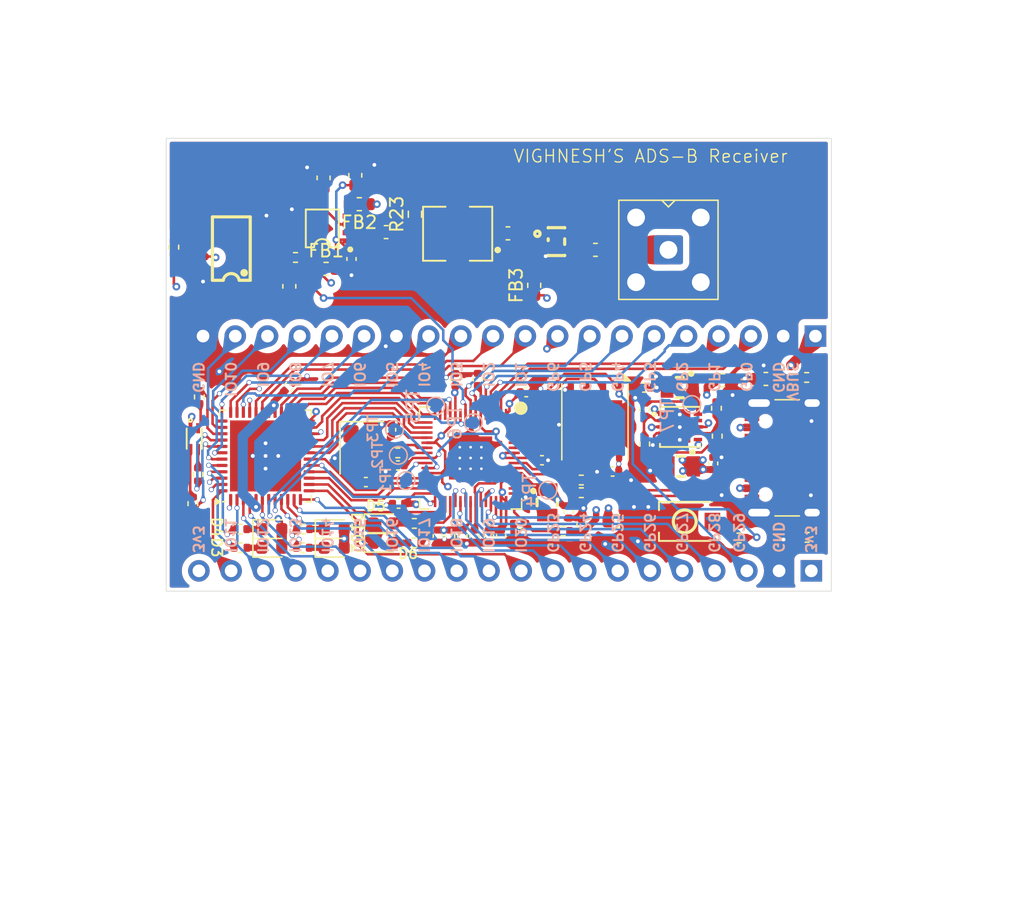
<source format=kicad_pcb>
(kicad_pcb (version 20241229) (generator "pcbnew") (generator_version "9.0")
  (layers (0 "F.Cu" signal) (4 "In1.Cu" signal) (6 "In2.Cu" signal) (2 "B.Cu" signal) (13 "F.Paste" user) (15 "B.Paste" user) (5 "F.SilkS" user "F.Silkscreen") (7 "B.SilkS" user "B.Silkscreen") (1 "F.Mask" user) (3 "B.Mask" user) (25 "Edge.Cuts" user))
  (net 0 "")
  (net 1 "/BUS0")
  (net 2 "Net-(C1-Pad1)")
  (net 3 "SPI_SS")
  (net 4 "/BUS6")
  (net 5 "GND")
  (net 6 "/BUS4")
  (net 7 "1v2")
  (net 8 "CDONE")
  (net 9 "3v3")
  (net 10 "/BUS3")
  (net 11 "D-")
  (net 12 "/BUS7")
  (net 13 "/BUS5")
  (net 14 "/BUS2")
  (net 15 "SPI_MOSI")
  (net 16 "Net-(J1-CC1)")
  (net 17 "/BUS1")
  (net 18 "/IO13")
  (net 19 "CRESETN")
  (net 20 "SPI_MISO")
  (net 21 "SPI_SCLK")
  (net 22 "Net-(U2-XIN)")
  (net 23 "Net-(U2-USB_DM)")
  (net 24 "Net-(U2-VREG_AVDD)")
  (net 25 "Q_SD2")
  (net 26 "1v1")
  (net 27 "Net-(J1-CC2)")
  (net 28 "D+")
  (net 29 "Q_SD0")
  (net 30 "Q_SS")
  (net 31 "Q_SD1")
  (net 32 "Net-(U2-USB_DP)")
  (net 33 "Net-(U2-SWDIO)")
  (net 35 "Q_SD3")
  (net 36 "Net-(U2-XOUT)")
  (net 37 "Q_SCLK")
  (net 38 "Net-(U2-VREG_LX)")
  (net 40 "Net-(U2-SWCLK)")
  (net 41 "Net-(U4-FB2)")
  (net 42 "Net-(U4-LX2)")
  (net 43 "VBUS")
  (net 44 "Net-(U4-FB1)")
  (net 45 "Net-(U4-LX1)")
  (net 46 "/GP1")
  (net 47 "/GP0")
  (net 48 "/GP2")
  (net 49 "/GP27")
  (net 50 "Net-(R7-Pad2)")
  (net 51 "Net-(R13-Pad1)")
  (net 52 "Net-(U1A-RGB0)")
  (net 53 "Net-(R14-Pad1)")
  (net 54 "Net-(U1A-RGB1)")
  (net 55 "Net-(R15-Pad1)")
  (net 56 "Net-(U1A-RGB2)")
  (net 57 "/GP29")
  (net 58 "/GP28")
  (net 59 "/GP6")
  (net 60 "/GP5")
  (net 61 "/GP4")
  (net 62 "/GP3")
  (net 63 "/GP25")
  (net 64 "/GP23")
  (net 65 "/GP24")
  (net 66 "/GP26")
  (net 67 "/IO12")
  (net 68 "/IO2")
  (net 69 "/IO6")
  (net 70 "/IO8")
  (net 71 "/IO4")
  (net 72 "/IO10")
  (net 73 "/IO15")
  (net 74 "/IO7")
  (net 75 "/IO9")
  (net 76 "/IO5")
  (net 77 "/IO3")
  (net 78 "/IO11")
  (net 79 "/IO14")
  (net 80 "/IO1")
  (net 81 "Net-(D1-K)")
  (net 82 "Net-(U1C-IOB_3b_G6)")
  (net 83 "Net-(D2-K)")
  (net 84 "Net-(U1C-IOB_5b)")
  (net 85 "Net-(U1C-IOB_0a)")
  (net 86 "Net-(D3-K)")
  (net 87 "Net-(D4-K)")
  (net 88 "Net-(U1C-IOB_2a)")
  (net 89 "/IO19")
  (net 90 "/IO17")
  (net 91 "/IO18")
  (net 92 "/IO16")
  (net 93 "/IO20")
  (net 94 "Net-(U2-GPIO22)")
  (net 95 "Net-(D5-A)")
  (net 96 "Net-(D6-A)")
  (net 97 "Net-(U2-GPIO21)")
  (net 98 "3v3_RF")
  (net 99 "/sawout")
  (net 100 "/lnaout")
  (net 101 "Net-(C27-Pad1)")
  (net 102 "Net-(U7-INLO)")
  (net 103 "/smaconn")
  (net 104 "/adout")
  (net 107 "Net-(C31-Pad1)")
  (net 108 "Net-(U7-INHI)")
  (net 109 "Net-(R22-Pad1)")
  (net 110 "Net-(U8--)")
  (footprint "Resistor_SMD:R_0402_1005Metric" (layer "F.Cu") (at 143.29 59)
    (property "Reference" "R8" (hide yes))
    (property "Value" "10k")
  )
  (footprint "Resistor_SMD:R_0402_1005Metric" (layer "F.Cu") (at 183.57 68.46)
    (property "Reference" "R2" (hide yes))
    (property "Value" "5.1k")
  )
  (footprint "Capacitor_SMD:C_0603_1608Metric" (layer "F.Cu") (at 150.425 57 180)
    (property "Reference" "C26" (hide yes))
    (property "Value" "100p")
  )
  (footprint "easyeda2kicad:IND-SMD_L2.0-W1.6_AOTA-B201610S3R3-101-T" (layer "F.Cu") (at 163.125 78.31 90)
    (property "Reference" "L1" (hide yes))
    (property "Value" "AOTA-B201610S3R3-101-T")
  )
  (footprint "user_imported_devices:RP2350A_QFN-60_EP_7.75x7.75_Pitch0.4mm" (layer "F.Cu") (at 157.085 74.81 -90)
    (property "Reference" "U2" (hide yes))
    (property "Value" "RP2350A-QFN60")
  )
  (footprint "Resistor_SMD:R_0402_1005Metric" (layer "F.Cu") (at 165.81 77.55)
    (property "Reference" "R4" (hide yes))
    (property "Value" "27")
  )
  (footprint "easyeda2kicad:SOP-8_L4.9-W3.9-P1.27-LS6.0-BL" (layer "F.Cu") (at 138.22 58.3 90)
    (property "Reference" "U8" (hide yes))
    (property "Value" "TLV3501AID")
  )
  (footprint "Capacitor_SMD:C_0402_1005Metric" (layer "F.Cu") (at 160.95 79.99 180)
    (property "Reference" "C3" (hide yes))
    (property "Value" "4.7u")
  )
  (footprint "Resistor_SMD:R_0402_1005Metric" (layer "F.Cu") (at 164.38 80.57 180)
    (property "Reference" "R6" (hide yes))
    (property "Value" "33")
  )
  (footprint "Package_SON:WSON-8-1EP_6x5mm_P1.27mm_EP3.4x4.3mm" (layer "F.Cu") (at 166.885 71.96 -90)
    (property "Reference" "U3" (hide yes))
    (property "Value" "W25Q128JVP")
  )
  (footprint "Capacitor_SMD:C_0402_1005Metric" (layer "F.Cu") (at 157.396667 80.97 -90)
    (property "Reference" "C17" (hide yes))
    (property "Value" "100n")
  )
  (footprint "Capacitor_SMD:C_0402_1005Metric" (layer "F.Cu") (at 142.75 69.19 45)
    (property "Reference" "C23" (hide yes))
    (property "Value" "4.7u")
  )
  (footprint "Capacitor_SMD:C_0603_1608Metric" (layer "F.Cu") (at 168.705 79.8075)
    (property "Reference" "C20" (hide yes))
    (property "Value" "22u")
  )
  (footprint "Capacitor_SMD:C_0402_1005Metric" (layer "F.Cu") (at 158.533333 80.97 -90)
    (property "Reference" "C11" (hide yes))
    (property "Value" "100n")
  )
  (footprint "Connector_USB:USB_C_Receptacle_XKB_U262-16XN-4BVC11" (layer "F.Cu") (at 182.925 74.8 90)
    (property "Reference" "J1" (hide yes))
    (property "Value" "USB_C_Receptacle_USB2.0_16P")
  )
  (footprint "Resistor_SMD:R_0402_1005Metric" (layer "F.Cu") (at 176.46 70.89 -90)
    (property "Reference" "R11" (hide yes))
    (property "Value" "22k")
  )
  (footprint "Resistor_SMD:R_0402_1005Metric" (layer "F.Cu") (at 170.81 73.71 90)
    (property "Reference" "R10" (hide yes))
    (property "Value" "51k")
  )
  (footprint "easyeda2kicad:SOT-343-4_L2.0-W1.3-P1.30-LS2.1-BR" (layer "F.Cu") (at 163.9 57.75 180)
    (property "Reference" "U6" (hide yes))
    (property "Value" "SPF5189Z")
  )
  (footprint "Capacitor_SMD:C_0603_1608Metric" (layer "F.Cu") (at 160.025 57.1 180)
    (property "Reference" "C27" (hide yes))
    (property "Value" "100p")
  )
  (footprint "Resistor_SMD:R_0402_1005Metric" (layer "F.Cu") (at 176.52 73.09 -90)
    (property "Reference" "R12" (hide yes))
    (property "Value" "100k")
  )
  (footprint "Resistor_SMD:R_0402_1005Metric" (layer "F.Cu") (at 135.2 78.41 -90)
    (property "Reference" "R15" (hide yes))
    (property "Value" "100")
  )
  (footprint "Crystal:Crystal_SMD_3225-4Pin_3.2x2.5mm" (layer "F.Cu") (at 148.51 74.01 -90)
    (property "Reference" "Y1" (hide yes))
    (property "Value" "Crystal_GND24")
  )
  (footprint "Capacitor_SMD:C_0402_1005Metric" (layer "F.Cu") (at 176.2 75.24 -90)
    (property "Reference" "C21" (hide yes))
    (property "Value" "100n")
  )
  (footprint "Package_DFN_QFN:QFN-48-1EP_7x7mm_P0.5mm_EP5.6x5.6mm" (layer "F.Cu") (at 140.9275 74.65 90)
    (property "Reference" "U1" (hide yes))
    (property "Value" "ICE40UP5K-SG48ITR")
  )
  (footprint "easyeda2kicad:FILTER-SMD_6P-L3.8-W3.8-P1.27-TL-3" (layer "F.Cu") (at 156.06 57.13 180)
    (property "Reference" "X1" (hide yes))
    (property "Value" "TA0970B")
  )
  (footprint "Capacitor_SMD:C_0402_1005Metric" (layer "F.Cu") (at 154.5 80.97 -90)
    (property "Reference" "C13" (hide yes))
    (property "Value" "100n")
  )
  (footprint "Resistor_SMD:R_0402_1005Metric" (layer "F.Cu") (at 143.86 81.89)
    (property "Reference" "R16" (hide yes))
    (property "Value" "100")
  )
  (footprint "Capacitor_SMD:C_0603_1608Metric" (layer "F.Cu") (at 148 52.525 90)
    (property "Reference" "C25" (hide yes))
    (property "Value" "10u")
  )
  (footprint "Resistor_SMD:R_0402_1005Metric" (layer "F.Cu") (at 133.7 58.19 -90)
    (property "Reference" "R22" (hide yes))
    (property "Value" "330")
  )
  (footprint "LED_SMD:LED_0603_1608Metric" (layer "F.Cu") (at 150.2025 79.97)
    (property "Reference" "D5" (hide yes))
    (property "Value" "LED")
  )
  (footprint "Resistor_SMD:R_0402_1005Metric" (layer "F.Cu") (at 170.81 71 90)
    (property "Reference" "R9" (hide yes))
    (property "Value" "51k")
  )
  (footprint "Resistor_SMD:R_0402_1005Metric" (layer "F.Cu") (at 135.61 76.11 -90)
    (property "Reference" "R14" (hide yes))
    (property "Value" "100")
  )
  (footprint "Capacitor_SMD:C_0603_1608Metric" (layer "F.Cu") (at 145.5 52.725 90)
    (property "Reference" "C28" (hide yes))
    (property "Value" "100p")
  )
  (footprint "LED_SMD:LED_0603_1608Metric" (layer "F.Cu") (at 146.335 80.42)
    (property "Reference" "D1" (hide yes))
    (property "Value" "LED")
  )
  (footprint "Inductor_SMD:L_0603_1608Metric" (layer "F.Cu") (at 145.7 59.9)
    (property "Reference" "FB1")
    (property "Value" "FerriteBead")
  )
  (footprint "Capacitor_SMD:C_0402_1005Metric" (layer "F.Cu") (at 147.7 59.12 -90)
    (property "Reference" "C29" (hide yes))
    (property "Value" "100n")
  )
  (footprint "Resistor_SMD:R_0402_1005Metric" (layer "F.Cu") (at 165.81 76.55)
    (property "Reference" "R3" (hide yes))
    (property "Value" "27")
  )
  (footprint "Capacitor_SMD:C_0402_1005Metric" (layer "F.Cu") (at 168.28 75.88 180)
    (property "Reference" "C6" (hide yes))
    (property "Value" "100n")
  )
  (footprint "Connector_Coaxial:SMA_BAT_Wireless_BWSMA-KWE-Z001" (layer "F.Cu") (at 172.675 58.4 -90)
    (property "Reference" "J4" (hide yes))
    (property "Value" "Conn_Coaxial")
  )
  (footprint "Capacitor_SMD:C_0402_1005Metric" (layer "F.Cu") (at 161.47 69.62)
    (property "Reference" "C10" (hide yes))
    (property "Value" "100n")
  )
  (footprint "Capacitor_SMD:C_0402_1005Metric" (layer "F.Cu") (at 157.65 68.62 90)
    (property "Reference" "C18" (hide yes))
    (property "Value" "100n")
  )
  (footprint "Inductor_SMD:L_0603_1608Metric" (layer "F.Cu") (at 148.315 54.8 180)
    (property "Reference" "FB2")
    (property "Value" "FerriteBead")
  )
  (footprint "Resistor_SMD:R_0402_1005Metric" (layer "F.Cu") (at 151.35 74.41)
    (property "Reference" "R5" (hide yes))
    (property "Value" "1k")
  )
  (footprint "easyeda2kicad:IND-SMD_L2.0-W1.6_AOTA-B201610S3R3-101-T" (layer "F.Cu") (at 173.57 69.26)
    (property "Reference" "L2" (hide yes))
    (property "Value" "AOTA-B201610S3R3-101-T")
  )
  (footprint "Resistor_SMD:R_0402_1005Metric" (layer "F.Cu") (at 138.9525 81.89)
    (property "Reference" "R18" (hide yes))
    (property "Value" "100")
  )
  (footprint "Capacitor_SMD:C_0402_1005Metric" (layer "F.Cu") (at 159.49 80.97 -90)
    (property "Reference" "C8" (hide yes))
    (property "Value" "100n")
  )
  (footprint "Resistor_SMD:R_0402_1005Metric" (layer "F.Cu") (at 143.89 80.42)
    (property "Reference" "R17" (hide yes))
    (property "Value" "100")
  )
  (footprint "Resistor_SMD:R_0402_1005Metric" (layer "F.Cu") (at 135.71 70 90)
    (property "Reference" "R13" (hide yes))
    (property "Value" "120")
  )
  (footprint "Capacitor_SMD:C_0402_1005Metric" (layer "F.Cu") (at 155.88 68.63 90)
    (property "Reference" "C9" (hide yes))
    (property "Value" "100n")
  )
  (footprint "Resistor_SMD:R_0402_1005Metric" (layer "F.Cu") (at 152.65 79.97)
    (property "Reference" "R21" (hide yes))
    (property "Value" "100")
  )
  (footprint "Resistor_SMD:R_0402_1005Metric" (layer "F.Cu") (at 178.24 81.12 180)
    (property "Reference" "R7" (hide yes))
    (property "Value" "1k")
  )
  (footprint "Capacitor_SMD:C_0603_1608Metric" (layer "F.Cu") (at 180.355 68.58)
    (property "Reference" "C24" (hide yes))
    (property "Value" "10u")
  )
  (footprint "Capacitor_SMD:C_0402_1005Metric" (layer "F.Cu") (at 164.83 79.07 -90)
    (property "Reference" "C5" (hide yes))
    (property "Value" "4.7u")
  )
  (footprint "LED_SMD:LED_0603_1608Metric" (layer "F.Cu") (at 146.335 81.89)
    (property "Reference" "D2" (hide yes))
    (property "Value" "LED")
  )
  (footprint "Capacitor_SMD:C_0402_1005Metric" (layer "F.Cu") (at 162.71 74.99)
    (property "Reference" "C7" (hide yes))
    (property "Value" "100n")
  )
  (footprint "Capacitor_SMD:C_0402_1005Metric" (layer "F.Cu") (at 148.83 76.71 180)
    (property "Reference" "C1" (hide yes))
    (property "Value" "33p")
  )
  (footprint "Inductor_SMD:L_0603_1608Metric" (layer "F.Cu") (at 162.1 61.2 90)
    (property "Reference" "FB3")
    (property "Value" "FerriteBead")
  )
  (footprint "LED_SMD:LED_0603_1608Metric" (layer "F.Cu") (at 150.2 81.5)
    (property "Reference" "D6" (hide yes))
    (property "Value" "LED")
  )
  (footprint "easyeda2kicad:SW-SMD_L3.9-W3.0-P4.45" (layer "F.Cu") (at 173.96 79.81)
    (property "Reference" "SW1" (hide yes))
    (property "Value" "SW_Push")
  )
  (footprint "Capacitor_SMD:C_0603_1608Metric" (layer "F.Cu") (at 176.96 68.68 180)
    (property "Reference" "C22" (hide yes))
    (property "Value" "22u")
  )
  (footprint "Capacitor_SMD:C_0402_1005Metric" (layer "F.Cu") (at 155.47 80.97 -90)
    (property "Reference" "C12" (hide yes))
    (property "Value" "100n")
  )
  (footprint "Resistor_SMD:R_0603_1608Metric" (layer "F.Cu") (at 152.7 55.59 90)
    (property "Reference" "R23")
    (property "Value" "51")
  )
  (footprint "Resistor_SMD:R_0402_1005Metric" (layer "F.Cu") (at 152.66 81.5)
    (property "Reference" "R20" (hide yes))
    (property "Value" "100")
  )
  (footprint "Capacitor_SMD:C_0603_1608Metric" (layer "F.Cu") (at 142.8 61.275 -90)
    (property "Reference" "C30" (hide yes))
    (property "Value" "1u")
  )
  (footprint "Resistor_SMD:R_0402_1005Metric" (layer "F.Cu") (at 183.61 81.07)
    (property "Reference" "R1" (hide yes))
    (property "Value" "5.1k")
  )
  (footprint "Capacitor_SMD:C_0402_1005Metric" (layer "F.Cu") (at 156.44 80.97 -90)
    (property "Reference" "C14" (hide yes))
    (property "Value" "100n")
  )
  (footprint "Capacitor_SMD:C_0402_1005Metric" (layer "F.Cu") (at 170.75 69.26 180)
    (property "Reference" "C19" (hide yes))
    (property "Value" "100n")
  )
  (footprint "Inductor_SMD:L_0402_1005Metric" (layer "F.Cu") (at 162.1 58.385 90)
    (property "Reference" "L4" (hide yes))
    (property "Value" "470nH")
  )
  (footprint "LED_SMD:LED_0603_1608Metric" (layer "F.Cu") (at 141.4175 80.42)
    (property "Reference" "D4" (hide yes))
    (property "Value" "LED")
  )
  (footprint "Capacitor_SMD:C_0402_1005Metric" (layer "F.Cu") (at 165.83 80.1 90)
    (property "Reference" "C4" (hide yes))
    (property "Value" "4.7u")
  )
  (footprint "Resistor_SMD:R_0402_1005Metric" (layer "F.Cu") (at 138.9375 80.42)
    (property "Reference" "R19" (hide yes))
    (property "Value" "100")
  )
  (footprint "Capacitor_SMD:C_0603_1608Metric" (layer "F.Cu") (at 166.925 58.4)
    (property "Reference" "C31" (hide yes))
    (property "Value" "100p")
  )
  (footprint "easyeda2kicad:MSOP-8_L3.0-W3.0-P0.65-LS4.9-BL" (layer "F.Cu") (at 145.4 56.72 90)
    (property "Reference" "U7" (hide yes))
    (property "Value" "AD8313xRM")
  )
  (footprint "easyeda2kicad:LED-ARRAY-SMD_4P-L1.6-W0.8-BL-FD" (layer "F.Cu") (at 135.31 73.2875 -90)
    (property "Reference" "U5" (hide yes))
    (property "Value" "TJ-S1608SW6TDSLCCYRGB-A5")
  )
  (footprint "LED_SMD:LED_0603_1608Metric" (layer "F.Cu") (at 141.4175 81.89)
    (property "Reference" "D3" (hide yes))
    (property "Value" "LED")
  )
  (footprint "easyeda2kicad:WDFN-10_L3.0-W3.0-P0.50-BL-EP" (layer "F.Cu") (at 173.59 72.36 -90)
    (property "Reference" "U4" (hide yes))
    (property "Value" "RT8075ZQW")
  )
  (footprint "easyeda2kicad:IND-SMD_L2.0-W1.6_AOTA-B201610S3R3-101-T" (layer "F.Cu") (at 173.66 75.475)
    (property "Reference" "L3" (hide yes))
    (property "Value" "AOTA-B201610S3R3-101-T")
  )
  (footprint "Capacitor_SMD:C_0402_1005Metric" (layer "F.Cu") (at 151.41 78.41 180)
    (property "Reference" "C15" (hide yes))
    (property "Value" "100n")
  )
  (footprint "Capacitor_SMD:C_0402_1005Metric" (layer "F.Cu") (at 151.36 75.4 180)
    (property "Reference" "C16" (hide yes))
    (property "Value" "4.7u")
  )
  (footprint "Capacitor_SMD:C_0402_1005Metric" (layer "F.Cu") (at 150.82 72.59 -90)
    (property "Reference" "C2" (hide yes))
    (property "Value" "33p")
  )
  (footprint "TestPoint:TestPoint_Pad_D1.0mm" (layer "B.Cu") (at 163.18 77.35 -90)
    (property "Reference" "TP4")
    (property "Value" "TestPoint_Alt")
  )
  (footprint "TestPoint:TestPoint_Pad_D1.0mm" (layer "B.Cu") (at 151.09 72.562112)
    (property "Reference" "TP3")
    (property "Value" "TestPoint_Alt")
  )
  (footprint "TestPoint:TestPoint_Pad_D1.0mm" (layer "B.Cu") (at 157.3 72.03 -90)
    (property "Reference" "TP6")
    (property "Value" "TestPoint_Alt")
  )
  (footprint "TestPoint:TestPoint_Pad_D1.0mm" (layer "B.Cu") (at 151.39 74.6)
    (property "Reference" "TP2")
    (property "Value" "TestPoint_Alt")
  )
  (footprint "TestPoint:TestPoint_Pad_D1.0mm" (layer "B.Cu") (at 151.998586 76.6)
    (property "Reference" "TP1")
    (property "Value" "TestPoint_Alt")
  )
  (footprint "TestPoint:TestPoint_Pad_D1.0mm" (layer "B.Cu") (at 154.33 70.72 -90)
    (property "Reference" "TP5")
    (property "Value" "TestPoint_Alt")
  )
  (footprint "Connector_PinHeader_2.54mm:PinHeader_1x20_P2.54mm_Vertical" (layer "B.Cu") (at 183.935 83.71 90)
    (property "Reference" "J3" (hide yes))
    (property "Value" "Conn_01x20_Pin")
  )
  (footprint "TestPoint:TestPoint_Pad_D1.0mm" (layer "B.Cu") (at 174.52 70.6 -90)
    (property "Reference" "TP7")
    (property "Value" "TestPoint_Alt")
  )
  (footprint "Connector_PinHeader_2.54mm:PinHeader_1x20_P2.54mm_Vertical" (layer "B.Cu") (at 184.26 65.2 90)
    (property "Reference" "J2" (hide yes))
    (property "Value" "Conn_01x20_Pin")
  )
  (gr_rect (start 133.1 49.6) (end 185.51 85.31) (stroke (width 0.05)) (fill no) (layer "Edge.Cuts"))
  (gr_text "D3" (at 136.61 80.98 270) (layer "F.SilkS") (effects (font (size 0.8 0.8) (thickness 0.15) (bold yes)) (justify left bottom)))
  (gr_text "D4" (at 136.61 79.38 270) (layer "F.SilkS") (effects (font (size 0.8 0.8) (thickness 0.15) (bold yes)) (justify left bottom)))
  (gr_text "D5" (at 148.74 79.06 0) (layer "F.SilkS") (effects (font (size 0.8 0.8) (thickness 0.15) (bold yes)) (justify left bottom)))
  (gr_text "D1\n" (at 147.64 78.99 270) (layer "F.SilkS") (effects (font (size 0.8 0.8) (thickness 0.15) (bold yes)) (justify left bottom)))
  (gr_text "D2" (at 147.62 80.66 270) (layer "F.SilkS") (effects (font (size 0.8 0.8) (thickness 0.15) (bold yes)) (justify left bottom)))
  (gr_text "D6" (at 151.28 82.82 0) (layer "F.SilkS") (effects (font (size 0.8 0.8) (thickness 0.15) (bold yes)) (justify left bottom)))
  (gr_text "VIGHNESH'S ADS-B Receiver" (at 160.4 51.6 0) (layer "F.SilkS") (effects (font (size 1 1) (thickness 0.1)) (justify left bottom)))
  (gr_text "IO15" (at 147.85 82.38 270) (layer "B.SilkS") (effects (font (size 0.8 0.8) (thickness 0.16) (bold yes)) (justify left bottom mirror)))
  (gr_text "IO11" (at 137.69 82.38 270) (layer "B.SilkS") (effects (font (size 0.8 0.8) (thickness 0.16) (bold yes)) (justify left bottom mirror)))
  (gr_text "IO17" (at 152.93 82.38 270) (layer "B.SilkS") (effects (font (size 0.8 0.8) (thickness 0.16) (bold yes)) (justify left bottom mirror)))
  (gr_text "GP24" (at 165.63 82.38 270) (layer "B.SilkS") (effects (font (size 0.8 0.8) (thickness 0.16) (bold yes)) (justify left bottom mirror)))
  (gr_text "GP3" (at 170.71 69.70381 270) (layer "B.SilkS") (effects (font (size 0.8 0.8) (thickness 0.16) (bold yes)) (justify left bottom mirror)))
  (gr_text "GP2" (at 173.25 69.70381 270) (layer "B.SilkS") (effects (font (size 0.8 0.8) (thickness 0.16) (bold yes)) (justify left bottom mirror)))
  (gr_text "IO20" (at 160.55 82.38 270) (layer "B.SilkS") (effects (font (size 0.8 0.8) (thickness 0.16) (bold yes)) (justify left bottom mirror)))
  (gr_text "IO7" (at 145.31 69.322857 270) (layer "B.SilkS") (effects (font (size 0.8 0.8) (thickness 0.16) (bold yes)) (justify left bottom mirror)))
  (gr_text "GP26" (at 170.71 82.38 270) (layer "B.SilkS") (effects (font (size 0.8 0.8) (thickness 0.16) (bold yes)) (justify left bottom mirror)))
  (gr_text "IO2" (at 158.01 69.322857 270) (layer "B.SilkS") (effects (font (size 0.8 0.8) (thickness 0.16) (bold yes)) (justify left bottom mirror)))
  (gr_text "GP23" (at 163.09 82.38 270) (layer "B.SilkS") (effects (font (size 0.8 0.8) (thickness 0.16) (bold yes)) (justify left bottom mirror)))
  (gr_text "GP1" (at 175.79 69.70381 270) (layer "B.SilkS") (effects (font (size 0.8 0.8) (thickness 0.16) (bold yes)) (justify left bottom mirror)))
  (gr_text "GND" (at 135.15 69.78 270) (layer "B.SilkS") (effects (font (size 0.8 0.8) (thickness 0.16) (bold yes)) (justify left bottom mirror)))
  (gr_text "IO4" (at 152.93 69.322857 270) (layer "B.SilkS") (effects (font (size 0.8 0.8) (thickness 0.16) (bold yes)) (justify left bottom mirror)))
  (gr_text "IO5" (at 150.39 69.322857 270) (layer "B.SilkS") (effects (font (size 0.8 0.8) (thickness 0.16) (bold yes)) (justify left bottom mirror)))
  (gr_text "3v3" (at 183.41 82.38 270) (layer "B.SilkS") (effects (font (size 0.8 0.8) (thickness 0.16) (bold yes)) (justify left bottom mirror)))
  (gr_text "IO10" (at 137.69 70.084762 270) (layer "B.SilkS") (effects (font (size 0.8 0.8) (thickness 0.16) (bold yes)) (justify left bottom mirror)))
  (gr_text "IO12" (at 140.23 82.38 270) (layer "B.SilkS") (effects (font (size 0.8 0.8) (thickness 0.16) (bold yes)) (justify left bottom mirror)))
  (gr_text "GP29" (at 177.735178 82.38 270) (layer "B.SilkS") (effects (font (size 0.8 0.8) (thickness 0.16) (bold yes)) (justify left bottom mirror)))
  (gr_text "IO14" (at 145.31 82.38 270) (layer "B.SilkS") (effects (font (size 0.8 0.8) (thickness 0.16) (bold yes)) (justify left bottom mirror)))
  (gr_text "IO19" (at 158.01 82.38 270) (layer "B.SilkS") (effects (font (size 0.8 0.8) (thickness 0.16) (bold yes)) (justify left bottom mirror)))
  (gr_text "IO13" (at 142.77 82.38 270) (layer "B.SilkS") (effects (font (size 0.8 0.8) (thickness 0.16) (bold yes)) (justify left bottom mirror)))
  (gr_text "GND" (at 180.87 69.78 270) (layer "B.SilkS") (effects (font (size 0.8 0.8) (thickness 0.16) (bold yes)) (justify left bottom mirror)))
  (gr_text "VBUS" (at 181.96 70.43 270) (layer "B.SilkS") (effects (font (size 0.8 0.8) (thickness 0.16) (bold yes)) (justify left bottom mirror)))
  (gr_text "GP4" (at 168.17 69.70381 270) (layer "B.SilkS") (effects (font (size 0.8 0.8) (thickness 0.16) (bold yes)) (justify left bottom mirror)))
  (gr_text "GP25" (at 168.17 82.38 270) (layer "B.SilkS") (effects (font (size 0.8 0.8) (thickness 0.16) (bold yes)) (justify left bottom mirror)))
  (gr_text "GP0" (at 178.33 69.70381 270) (layer "B.SilkS") (effects (font (size 0.8 0.8) (thickness 0.16) (bold yes)) (justify left bottom mirror)))
  (gr_text "3v3" (at 135.15 82.38 270) (layer "B.SilkS") (effects (font (size 0.8 0.8) (thickness 0.16) (bold yes)) (justify left bottom mirror)))
  (gr_text "IO6" (at 147.85 69.322857 270) (layer "B.SilkS") (effects (font (size 0.8 0.8) (thickness 0.16) (bold yes)) (justify left bottom mirror)))
  (gr_text "GP5" (at 165.63 69.70381 270) (layer "B.SilkS") (effects (font (size 0.8 0.8) (thickness 0.16) (bold yes)) (justify left bottom mirror)))
  (gr_text "GP28" (at 175.79 82.38 270) (layer "B.SilkS") (effects (font (size 0.8 0.8) (thickness 0.16) (bold yes)) (justify left bottom mirror)))
  (gr_text "IO9" (at 140.23 69.322857 270) (layer "B.SilkS") (effects (font (size 0.8 0.8) (thickness 0.16) (bold yes)) (justify left bottom mirror)))
  (gr_text "GP27" (at 173.25 82.38 270) (layer "B.SilkS") (effects (font (size 0.8 0.8) (thickness 0.16) (bold yes)) (justify left bottom mirror)))
  (gr_text "IO16" (at 150.39 82.38 270) (layer "B.SilkS") (effects (font (size 0.8 0.8) (thickness 0.16) (bold yes)) (justify left bottom mirror)))
  (gr_text "IO8" (at 142.77 69.322857 270) (layer "B.SilkS") (effects (font (size 0.8 0.8) (thickness 0.16) (bold yes)) (justify left bottom mirror)))
  (gr_text "IO18" (at 155.47 82.38 270) (layer "B.SilkS") (effects (font (size 0.8 0.8) (thickness 0.16) (bold yes)) (justify left bottom mirror)))
  (gr_text "IO3" (at 155.47 69.322857 270) (layer "B.SilkS") (effects (font (size 0.8 0.8) (thickness 0.16) (bold yes)) (justify left bottom mirror)))
  (gr_text "GND" (at 180.87 82.38 270) (layer "B.SilkS") (effects (font (size 0.8 0.8) (thickness 0.16) (bold yes)) (justify left bottom mirror)))
  (gr_text "IO1" (at 160.55 69.322857 270) (layer "B.SilkS") (effects (font (size 0.8 0.8) (thickness 0.16) (bold yes)) (justify left bottom mirror)))
  (gr_text "GP6" (at 163.09 69.70381 270) (layer "B.SilkS") (effects (font (size 0.8 0.8) (thickness 0.16) (bold yes)) (justify left bottom mirror)))
  (segment (start 143.621602 69.748) (end 142.6775 70.692102) (width 0.2) (layer "F.Cu") (net 1))
  (segment (start 146.2418 68.884) (end 145.3778 69.748) (width 0.2) (layer "F.Cu") (net 1))
  (segment (start 145.3778 69.748) (end 143.621602 69.748) (width 0.2) (layer "F.Cu") (net 1))
  (segment (start 155.085 71.3725) (end 155.085 70.605) (width 0.2) (layer "F.Cu") (net 1))
  (segment (start 151.93415 68.884) (end 146.2418 68.884) (width 0.2) (layer "F.Cu") (net 1))
  (segment (start 153.142625 70.092475) (end 151.93415 68.884) (width 0.2) (layer "F.Cu") (net 1))
  (segment (start 155.085 70.605) (end 154.572475 70.092475) (width 0.2) (layer "F.Cu") (net 1))
  (segment (start 154.572475 70.092475) (end 153.142625 70.092475) (width 0.2) (layer "F.Cu") (net 1))
  (segment (start 142.6775 70.692102) (end 142.6775 71.2125) (width 0.2) (layer "F.Cu") (net 1))
  (segment (start 150.06 74.41) (end 149.36 75.11) (width 0.2) (layer "F.Cu") (net 2))
  (segment (start 149.36 75.11) (end 149.36 76.66) (width 0.2) (layer "F.Cu") (net 2))
  (segment (start 150.83 74.41) (end 150.06 74.41) (width 0.2) (layer "F.Cu") (net 2))
  (segment (start 149.36 76.66) (end 149.31 76.71) (width 0.2) (layer "F.Cu") (net 2))
  (segment (start 146 75.9) (end 144.365 75.9) (width 0.2) (layer "F.Cu") (net 3))
  (segment (start 149.80265 77.722) (end 147.822 77.722) (width 0.2) (layer "F.Cu") (net 3))
  (segment (start 153.6475 76.81) (end 150.71465 76.81) (width 0.2) (layer "F.Cu") (net 3))
  (segment (start 150.71465 76.81) (end 149.80265 77.722) (width 0.2) (layer "F.Cu") (net 3))
  (segment (start 147.822 77.722) (end 146 75.9) (width 0.2) (layer "F.Cu") (net 3))
  (segment (start 145.96 74.4) (end 146.59 73.77) (width 0.2) (layer "F.Cu") (net 4))
  (segment (start 151.431 72.43655) (end 152.20445 73.21) (width 0.2) (layer "F.Cu") (net 4))
  (segment (start 146.59 73.77) (end 146.59 72.01) (width 0.2) (layer "F.Cu") (net 4))
  (segment (start 147.31 71.29) (end 150.93755 71.29) (width 0.2) (layer "F.Cu") (net 4))
  (segment (start 151.431 71.78345) (end 151.431 72.43655) (width 0.2) (layer "F.Cu") (net 4))
  (segment (start 152.20445 73.21) (end 153.6475 73.21) (width 0.2) (layer "F.Cu") (net 4))
  (segment (start 150.93755 71.29) (end 151.431 71.78345) (width 0.2) (layer "F.Cu") (net 4))
  (segment (start 144.365 74.4) (end 145.96 74.4) (width 0.2) (layer "F.Cu") (net 4))
  (segment (start 146.59 72.01) (end 147.31 71.29) (width 0.2) (layer "F.Cu") (net 4))
  (segment (start 174.09 71.86) (end 175 71.86) (width 0.2) (layer "F.Cu") (net 5))
  (segment (start 143.1 56.39) (end 140.91 56.39) (width 0.2) (layer "F.Cu") (net 5))
  (segment (start 150.08 72.16) (end 150.77 72.16) (width 0.2) (layer "F.Cu") (net 5))
  (segment (start 162.222104 69.347896) (end 161.95 69.62) (width 0.2) (layer "F.Cu") (net 5))
  (segment (start 164.706189 69.26) (end 164.526188 69.440001) (width 0.2) (layer "F.Cu") (net 5))
  (segment (start 159.49 81.45) (end 159.89 81.45) (width 0.5) (layer "F.Cu") (net 5))
  (segment (start 143.708411 68.850589) (end 144.2 68.359) (width 0.2) (layer "F.Cu") (net 5))
  (segment (start 176.86 74.76) (end 176.11 74.76) (width 0.2) (layer "F.Cu") (net 5))
  (segment (start 135.54 60.44) (end 136 60.9) (width 0.2) (layer "F.Cu") (net 5))
  (segment (start 143.089411 68.850589) (end 143.708411 68.850589) (width 0.2) (layer "F.Cu") (net 5))
  (segment (start 171.549943 73.05) (end 171.549943 73.480057) (width 0.2) (layer "F.Cu") (net 5))
  (segment (start 164.98 69.26) (end 164.706189 69.26) (width 0.2) (layer "F.Cu") (net 5))
  (segment (start 173.59 72.36) (end 173.57 72.38) (width 0.2) (layer "F.Cu") (net 5))
  (segment (start 145.5 51.95) (end 147.8 51.95) (width 0.2) (layer "F.Cu") (net 5))
  (segment (start 160.47 80.87) (end 160.47 79.99) (width 0.5) (layer "F.Cu") (net 5))
  (segment (start 148.794528 80.882028) (end 149.4125 81.5) (width 0.5) (layer "F.Cu") (net 5))
  (segment (start 150.562541 78.41) (end 150.93 78.41) (width 0.2) (layer "F.Cu") (net 5))
  (segment (start 147.8 51.95) (end 148 51.75) (width 0.2) (layer "F.Cu") (net 5))
  (segment (start 161.11 77.21) (end 161.424 77.524) (width 0.2) (layer "F.Cu") (net 5))
  (segment (start 171.549943 73.480057) (end 171.43 73.6) (width 0.2) (layer "F.Cu") (net 5))
  (segment (start 170.27 69.26) (end 170.27 69.853433) (width 0.2) (layer "F.Cu") (net 5))
  (segment (start 151.2 65.2) (end 150.4 66) (width 0.2) (layer "F.Cu") (net 5))
  (segment (start 147.7 59.6) (end 147.7 60.4) (width 0.2) (layer "F.Cu") (net 5))
  (segment (start 173.09 72.86) (end 172.18 72.86) (width 0.2) (layer "F.Cu") (net 5))
  (segment (start 148 51.75) (end 149.45 51.75) (width 0.2) (layer "F.Cu") (net 5))
  (segment (start 155.487108 68.14) (end 155.158554 68.468554) (width 0.2) (layer "F.Cu") (net 5))
  (segment (start 173.59 72.36) (end 174.09 71.86) (width 0.2) (layer "F.Cu") (net 5))
  (segment (start 155.91 81.45) (end 159.49 81.45) (width 0.5) (layer "F.Cu") (net 5))
  (segment (start 143.1 55.3) (end 143 55.2) (width 0.2) (layer "F.Cu") (net 5))
  (segment (start 177.735 69.845) (end 177.73 69.85) (width 0.8) (layer "F.Cu") (net 5))
  (segment (start 161.424 77.524) (end 161.424 77.905817) (width 0.2) (layer "F.Cu") (net 5))
  (segment (start 135.54 60.21) (end 135.54 60.44) (width 0.2) (layer "F.Cu") (net 5))
  (segment (start 172.18 72.86) (end 171.739943 72.86) (width 0.2) (layer "F.Cu") (net 5))
  (segment (start 167.07 75.88) (end 167.05 75.9) (width 0.2) (layer "F.Cu") (net 5))
  (segment (start 148.794528 80.590472) (end 149.415 79.97) (width 0.5) (layer "F.Cu") (net 5))
  (segment (start 149.45 51.75) (end 149.5 51.7) (width 0.2) (layer "F.Cu") (net 5))
  (segment (start 144.25 51.95) (end 144.2 51.9) (width 0.2) (layer "F.Cu") (net 5))
  (segment (start 146.379731 74.828751) (end 147.378751 74.828751) (width 0.2) (layer "F.Cu") (net 5))
  (segment (start 154.5 81.45) (end 155.91 81.45) (width 0.5) (layer "F.Cu") (net 5))
  (segment (start 162.604998 69.347896) (end 162.222104 69.347896) (width 0.2) (layer "F.Cu") (net 5))
  (segment (start 148.35 75.8) (end 148.35 76.71) (width 0.2) (layer "F.Cu") (net 5))
  (segment (start 171.43 73.6) (end 170.81 74.22) (width 0.2) (layer "F.Cu") (net 5))
  (segment (start 171.43 73.777148) (end 171.442291 73.789439) (width 0.2) (layer "F.Cu") (net 5))
  (segment (start 150.77 72.16) (end 150.82 72.11) (width 0.2) (layer "F.Cu") (net 5))
  (segment (start 148.794528 80.741) (end 148.794528 80.882028) (width 0.2) (layer "F.Cu") (net 5))
  (segment (start 159.89 81.45) (end 160.47 80.87) (width 0.5) (layer "F.Cu") (net 5))
  (segment (start 148.794528 80.741) (end 148.794528 80.590472) (width 0.2) (layer "F.Cu") (net 5))
  (segment (start 177.735 68.68) (end 177.735 69.845) (width 0.8) (layer "F.Cu") (net 5))
  (segment (start 170.27 69.853433) (end 170.056949 70.066484) (width 0.2) (layer "F.Cu") (net 5))
  (segment (start 163 58.25) (end 163 58.9) (width 0.2) (layer "F.Cu") (net 5))
  (segment (start 171.43 73.6) (end 171.43 73.777148) (width 0.2) (layer "F.Cu") (net 5))
  (segment (start 155.88 68.14) (end 155.487108 68.14) (width 0.2) (layer "F.Cu") (net 5))
  (segment (start 140.9 55.8) (end 141 55.7) (width 0.2) (layer "F.Cu") (net 5))
  (segment (start 150.441149 78.531392) (end 150.562541 78.41) (width 0.2) (layer "F.Cu") (net 5))
  (segment (start 157.65 68.14) (end 155.88 68.14) (width 0.2) (layer "F.Cu") (net 5))
  (segment (start 140.9 56.4) (end 140.9 55.8) (width 0.2) (layer "F.Cu") (net 5))
  (segment (start 140.91 56.39) (end 140.9 56.4) (width 0.2) (layer "F.Cu") (net 5))
  (segment (start 161.11 77.21) (end 160.5225 77.21) (width 0.2) (layer "F.Cu") (net 5))
  (segment (start 151.24 65.2) (end 151.2 65.2) (width 0.2) (layer "F.Cu") (net 5))
  (segment (start 156.678115 81.45) (end 156.44 81.45) (width 0.2) (layer "F.Cu") (net 5))
  (segment (start 145.5 51.95) (end 144.25 51.95) (width 0.2) (layer "F.Cu") (net 5))
  (segment (start 143.1 55.74) (end 143.1 55.3) (width 0.2) (layer "F.Cu") (net 5))
  (segment (start 143.1 56.39) (end 143.1 55.74) (width 0.2) (layer "F.Cu") (net 5))
  (segment (start 147.378751 74.828751) (end 148.35 75.8) (width 0.2) (layer "F.Cu") (net 5))
  (segment (start 171.739943 72.86) (end 171.549943 73.05) (width 0.2) (layer "F.Cu") (net 5))
  (segment (start 173.57 72.38) (end 173.09 72.86) (width 0.2) (layer "F.Cu") (net 5))
  (segment (start 156.789057 81.560943) (end 156.678115 81.45) (width 0.2) (layer "F.Cu") (net 5))
  (segment (start 167.8 75.88) (end 167.07 75.88) (width 0.2) (layer "F.Cu") (net 5))
  (via (at 149.5 51.7) (size 0.6) (drill 0.3) (layers "F.Cu" "B.Cu") (net 5))
  (via (at 156.789057 81.560943) (size 0.4) (drill 0.3) (layers "F.Cu" "B.Cu") (net 5))
  (via (at 163.19 74.99) (size 0.6) (drill 0.3) (layers "F.Cu" "B.Cu") (net 5))
  (via (at 150.08 72.16) (size 0.6) (drill 0.3) (layers "F.Cu" "B.Cu") (net 5))
  (via (at 164.05 72.19) (size 0.6) (drill 0.3) (layers "F.Cu" "B.Cu") (net 5))
  (via (at 175.225 55.85) (size 0.6) (drill 0.3) (layers "F.Cu" "B.Cu") (net 5))
  (via (at 144.2 51.9) (size 0.6) (drill 0.3) (layers "F.Cu" "B.Cu") (net 5))
  (via (at 169.73 76.56) (size 0.6) (drill 0.3) (layers "F.Cu" "B.Cu") (net 5))
  (via (at 141 55.7) (size 0.6) (drill 0.3) (layers "F.Cu" "B.Cu") (net 5))
  (via (at 173.57 72.38) (size 0.4) (drill 0.3) (layers "F.Cu" "B.Cu") (net 5))
  (via (at 143 55.2) (size 0.6) (drill 0.3) (layers "F.Cu" "B.Cu") (net 5))
  (via (at 167.05 75.9) (size 0.4) (drill 0.3) (layers "F.Cu" "B.Cu") (net 5))
  (via (at 169.96 78.67) (size 0.6) (drill 0.3) (layers "F.Cu" "B.Cu") (net 5))
  (via (at 180.18 67.51) (size 0.6) (drill 0.3) (layers "F.Cu" "B.Cu") (net 5))
  (via (at 139.9275 74.65) (size 0.4) (drill 0.3) (layers "F.Cu" "B.Cu") (net 5))
  (via (at 177.73 69.85) (size 0.6) (drill 0.3) (layers "F.Cu" "B.Cu") (net 5))
  (via (at 150.39 75.88) (size 0.4) (drill 0.3) (layers "F.Cu" "B.Cu") (net 5))
  (via (at 173.57 73.38) (size 0.4) (drill 0.3) (layers "F.Cu" "B.Cu") (net 5))
  (via (at 141.9275 74.65) (size 0.4) (drill 0.3) (layers "F.Cu" "B.Cu") (net 5))
  (via (at 164.526188 69.440001) (size 0.4) (drill 0.3) (layers "F.Cu" "B.Cu") (net 5))
  (via (at 140.9275 75.65) (size 0.4) (drill 0.3) (layers "F.Cu" "B.Cu") (net 5))
  (via (at 170.27 81.38) (size 0.6) (drill 0.3) (layers "F.Cu" "B.Cu") (net 5))
  (via (at 183.95 71.9) (size 0.6) (drill 0.3) (layers "F.Cu" "B.Cu") (net 5))
  (via (at 162.604998 69.347896) (size 0.4) (drill 0.3) (layers "F.Cu" "B.Cu") (net 5))
  (via (at 176.86 74.76) (size 0.6) (drill 0.3) (layers "F.Cu" "B.Cu") (net 5))
  (via (at 161.424 77.905817) (size 0.6) (drill 0.3) (layers "F.Cu" "B.Cu") (net 5))
  (via (at 170.125 55.85) (size 0.6) (drill 0.3) (layers "F.Cu" "B.Cu") (net 5))
  (via (at 183.9 77.75) (size 0.6) (drill 0.3) (layers "F.Cu" "B.Cu") (net 5))
  (via (at 171.234265 75.805735) (size 0.6) (drill 0.3) (layers "F.Cu" "B.Cu") (net 5))
  (via (at 150.441149 78.531392) (size 0.4) (drill 0.3) (layers "F.Cu" "B.Cu") (net 5))
  (via (at 140.9275 73.65) (size 0.4) (drill 0.3) (layers "F.Cu" "B.Cu") (net 5))
  (via (at 137.29 67.99) (size 0.6) (drill 0.3) (layers "F.Cu" "B.Cu") (net 5))
  (via (at 167.69 81.59) (size 0.6) (drill 0.3) (layers "F.Cu" "B.Cu") (net 5))
  (via (at 176.87 77.74) (size 0.6) (drill 0.3) (layers "F.Cu" "B.Cu") (net 5))
  (via (at 165.98 78.77) (size 0.6) (drill 0.3) (layers "F.Cu" "B.Cu") (net 5))
  (via (at 148.794528 80.741) (size 0.6) (drill 0.3) (layers "F.Cu" "B.Cu") (net 5))
  (via (at 175.225 60.95) (size 0.6) (drill 0.3) (layers "F.Cu" "B.Cu") (net 5))
  (via (at 163 58.9) (size 0.6) (drill 0.3) (layers "F.Cu" "B.Cu") (net 5))
  (via (at 146.379731 74.828751) (size 0.6) (drill 0.3) (layers "F.Cu" "B.Cu") (net 5))
  (via (at 136 60.9) (size 0.6) (drill 0.3) (layers "F.Cu" "B.Cu") (net 5))
  (via (at 170.125 55.85) (size 0.6) (drill 0.3) (layers "F.Cu" "B.Cu") (net 5))
  (via (at 171.442291 73.789439) (size 0.6) (drill 0.3) (layers "F.Cu" "B.Cu") (net 5))
  (via (at 155.158554 68.468554) (size 0.4) (drill 0.3) (layers "F.Cu" "B.Cu") (net 5))
  (via (at 173.57 71.38) (size 0.4) (drill 0.3) (layers "F.Cu" "B.Cu") (net 5))
  (via (at 170.056949 70.066484) (size 0.6) (drill 0.3) (layers "F.Cu" "B.Cu") (net 5))
  (via (at 144.2 68.359) (size 0.4) (drill 0.3) (layers "F.Cu" "B.Cu") (net 5))
  (via (at 181.75 81.24) (size 0.6) (drill 0.3) (layers "F.Cu" "B.Cu") (net 5))
  (via (at 171.09 78.67) (size 0.6) (drill 0.3) (layers "F.Cu" "B.Cu") (net 5))
  (via (at 155.012252 81.207052) (size 0.4) (drill 0.3) (layers "F.Cu" "B.Cu") (net 5))
  (via (at 170.125 60.95) (size 0.6) (drill 0.3) (layers "F.Cu" "B.Cu") (net 5))
  (via (at 170.125 55.85) (size 0.6) (drill 0.3) (layers "F.Cu" "B.Cu") (net 5))
  (via (at 170.125 60.95) (size 0.6) (drill 0.3) (layers "F.Cu" "B.Cu") (net 5))
  (via (at 147.7 60.4) (size 0.6) (drill 0.3) (layers "F.Cu" "B.Cu") (net 5))
  (via (at 150.4 66) (size 0.6) (drill 0.3) (layers "F.Cu" "B.Cu") (net 5))
  (via (at 140.9275 74.65) (size 0.4) (drill 0.3) (layers "F.Cu" "B.Cu") (net 5))
  (segment (start 146.9778 70.488) (end 145.788 71.6778) (width 0.2) (layer "F.Cu") (net 6))
  (segment (start 152.6 72.41) (end 152.233 72.043) (width 0.2) (layer "F.Cu") (net 6))
  (segment (start 152.233 72.043) (end 152.233 71.45125) (width 0.2) (layer "F.Cu") (net 6))
  (segment (start 152.233 71.45125) (end 151.26975 70.488) (width 0.2) (layer "F.Cu") (net 6))
  (segment (start 145.788 73.128521) (end 145.516521 73.4) (width 0.2) (layer "F.Cu") (net 6))
  (segment (start 153.6475 72.41) (end 152.6 72.41) (width 0.2) (layer "F.Cu") (net 6))
  (segment (start 145.788 71.6778) (end 145.788 73.128521) (width 0.2) (layer "F.Cu") (net 6))
  (segment (start 151.26975 70.488) (end 146.9778 70.488) (width 0.2) (layer "F.Cu") (net 6))
  (segment (start 144.365 73.4) (end 145.516521 73.4) (width 0.2) (layer "F.Cu") (net 6))
  (segment (start 142.410589 69.529411) (end 141.5775 70.3625) (width 0.5) (layer "F.Cu") (net 7))
  (segment (start 178.685 68.541356) (end 178.723644 68.58) (width 0.5) (layer "F.Cu") (net 7))
  (segment (start 141.1775 71.2125) (end 141.6775 71.2125) (width 0.2) (layer "F.Cu") (net 7))
  (segment (start 171.925 68.606892) (end 171.925 68.715) (width 0.5) (layer "F.Cu") (net 7))
  (segment (start 141.5775 70.3625) (end 141.5775 70.662) (width 0.5) (layer "F.Cu") (net 7))
  (segment (start 171.925 68.715) (end 172.47 69.26) (width 0.5) (layer "F.Cu") (net 7))
  (segment (start 141.5775 70.68) (end 141.1775 71.08) (width 0.2) (layer "F.Cu") (net 7))
  (segment (start 171.700108 68.382) (end 171.700108 68.789892) (width 0.2) (layer "F.Cu") (net 7))
  (segment (start 178.723644 68.58) (end 179.58 68.58) (width 0.5) (layer "F.Cu") (net 7))
  (segment (start 171.700108 68.382) (end 171.925 68.606892) (width 0.5) (layer "F.Cu") (net 7))
  (segment (start 141.5775 70.662) (end 141.5775 70.68) (width 0.2) (layer "F.Cu") (net 7))
  (segment (start 141.5775 71.02) (end 141.6775 71.12) (width 0.2) (layer "F.Cu") (net 7))
  (segment (start 171.75 69.26) (end 171.75 68.483) (width 0.8) (layer "F.Cu") (net 7))
  (segment (start 141.1775 71.08) (end 141.1775 71.2125) (width 0.2) (layer "F.Cu") (net 7))
  (segment (start 171.75 68.483) (end 171.700108 68.483) (width 0.8) (layer "F.Cu") (net 7))
  (segment (start 167.93 79.8075) (end 167.93 78.7925) (width 0.5) (layer "F.Cu") (net 7))
  (segment (start 140.1775 78.673281) (end 140.1775 78.0875) (width 0.2) (layer "F.Cu") (net 7))
  (segment (start 141.6775 71.12) (end 141.6775 71.2125) (width 0.2) (layer "F.Cu") (net 7))
  (segment (start 172.47 69.26) (end 172.57 69.26) (width 0.5) (layer "F.Cu") (net 7))
  (segment (start 171.75 69.26) (end 171.43 69.26) (width 0.5) (layer "F.Cu") (net 7))
  (segment (start 141.5775 70.662) (end 141.5775 71.02) (width 0.2) (layer "F.Cu") (net 7))
  (via (at 140.1775 78.673281) (size 0.4) (drill 0.3) (layers "F.Cu" "B.Cu") (net 7))
  (via (at 171.700108 68.382) (size 0.6) (drill 0.3) (layers "F.Cu" "B.Cu") (net 7))
  (via (at 178.685 68.541356) (size 0.6) (drill 0.3) (layers "F.Cu" "B.Cu") (net 7))
  (via (at 141.5775 70.662) (size 0.6) (drill 0.3) (layers "F.Cu" "B.Cu") (net 7))
  (via (at 167.955 78.7675) (size 0.6) (drill 0.3) (layers "F.Cu" "B.Cu") (net 7))
  (via (at 171.75 69.26) (size 0.6) (drill 0.3) (layers "F.Cu" "B.Cu") (net 7))
  (segment (start 172.04 68.620479) (end 172.04 68.75) (width 0.2) (layer "B.Cu") (net 7))
  (segment (start 139.1265 77.622281) (end 139.1265 73.113) (width 0.8) (layer "B.Cu") (net 7))
  (segment (start 173.18 69.26) (end 174.52 70.6) (width 0.8) (layer "B.Cu") (net 7))
  (segment (start 171.700108 68.382) (end 171.909629 68.591521) (width 0.2) (layer "B.Cu") (net 7))
  (segment (start 171.925 68.606892) (end 171.925 68.715) (width 0.8) (layer "B.Cu") (net 7))
  (segment (start 171.909629 68.591521) (end 172.011042 68.591521) (width 0.2) (layer "B.Cu") (net 7))
  (segment (start 172.04 68.75) (end 172.56 69.27) (width 0.2) (layer "B.Cu") (net 7))
  (segment (start 171.700108 68.382) (end 171.700108 69.210108) (width 0.8) (layer "B.Cu") (net 7))
  (segment (start 171.700108 68.382) (end 171.925 68.606892) (width 0.8) (layer "B.Cu") (net 7))
  (segment (start 173.06 68.75) (end 173.268644 68.541356) (width 0.8) (layer "B.Cu") (net 7))
  (segment (start 171.700108 69.210108) (end 171.75 69.26) (width 0.8) (layer "B.Cu") (net 7))
  (segment (start 171.925 68.715) (end 172.47 69.26) (width 0.8) (layer "B.Cu") (net 7))
  (segment (start 140.1775 78.673281) (end 139.1265 77.622281) (width 0.8) (layer "B.Cu") (net 7))
  (segment (start 139.1265 73.113) (end 141.5775 70.662) (width 0.8) (layer "B.Cu") (net 7))
  (segment (start 172.169521 68.75) (end 173.06 68.75) (width 0.8) (layer "B.Cu") (net 7))
  (segment (start 172.47 69.26) (end 173.18 69.26) (width 0.8) (layer "B.Cu") (net 7))
  (segment (start 173.268644 68.541356) (end 178.685 68.541356) (width 0.8) (layer "B.Cu") (net 7))
  (segment (start 172.011042 68.591521) (end 172.04 68.620479) (width 0.2) (layer "B.Cu") (net 7))
  (segment (start 155.485 70.346478) (end 155.485 71.3725) (width 0.2) (layer "F.Cu") (net 8))
  (segment (start 155.385 70.197895) (end 155.385 70.246478) (width 0.2) (layer "F.Cu") (net 8))
  (segment (start 155.385001 70.197894) (end 155.385 70.197895) (width 0.2) (layer "F.Cu") (net 8))
  (segment (start 141.1775 79.325177) (end 141.1775 78.0875) (width 0.2) (layer "F.Cu") (net 8))
  (segment (start 155.385 70.246478) (end 155.485 70.346478) (width 0.2) (layer "F.Cu") (net 8))
  (segment (start 141.228129 79.375806) (end 141.1775 79.325177) (width 0.2) (layer "F.Cu") (net 8))
  (segment (start 141.272404 79.375806) (end 141.228129 79.375806) (width 0.2) (layer "F.Cu") (net 8))
  (via (at 155.385001 70.197894) (size 0.4) (drill 0.3) (layers "F.Cu" "B.Cu") (net 8))
  (via (at 141.272404 79.375806) (size 0.4) (drill 0.3) (layers "F.Cu" "B.Cu") (net 8))
  (segment (start 155.385001 70.197894) (end 155.352895 70.23) (width 0.2) (layer "B.Cu") (net 8))
  (segment (start 149.25205 70.23) (end 153.59 70.23) (width 0.2) (layer "B.Cu") (net 8))
  (segment (start 154.82 70.23) (end 154.33 70.72) (width 0.2) (layer "B.Cu") (net 8))
  (segment (start 153.84 70.23) (end 154.33 70.72) (width 0.2) (layer "B.Cu") (net 8))
  (segment (start 155.38 70.23) (end 153.59 70.23) (width 0.2) (layer "B.Cu") (net 8))
  (segment (start 155.385 70.197895) (end 155.385 70.225) (width 0.2) (layer "B.Cu") (net 8))
  (segment (start 155.385001 70.197894) (end 155.385 70.197895) (width 0.2) (layer "B.Cu") (net 8))
  (segment (start 141.228129 79.375806) (end 141.188279 79.335956) (width 0.2) (layer "B.Cu") (net 8))
  (segment (start 141.188279 78.293771) (end 149.25205 70.23) (width 0.2) (layer "B.Cu") (net 8))
  (segment (start 141.272404 79.375806) (end 141.228129 79.375806) (width 0.2) (layer "B.Cu") (net 8))
  (segment (start 141.188279 79.335956) (end 141.188279 78.293771) (width 0.2) (layer "B.Cu") (net 8))
  (segment (start 155.385 70.225) (end 155.38 70.23) (width 0.2) (layer "B.Cu") (net 8))
  (segment (start 153.59 70.23) (end 153.84 70.23) (width 0.2) (layer "B.Cu") (net 8))
  (segment (start 155.352895 70.23) (end 154.82 70.23) (width 0.2) (layer "B.Cu") (net 8))
  (segment (start 138.1775 78.643521) (end 138.077614 78.743407) (width 0.2) (layer "F.Cu") (net 9))
  (segment (start 175.392837 74.96697) (end 175.006286 75.353521) (width 0.5) (layer "F.Cu") (net 9))
  (segment (start 152.75 78.41) (end 151.89 78.41) (width 0.5) (layer "F.Cu") (net 9))
  (segment (start 152.69 77.61) (end 151.89 78.41) (width 0.2) (layer "F.Cu") (net 9))
  (segment (start 160.5225 74.41) (end 159.85 74.41) (width 0.2) (layer "F.Cu") (net 9))
  (segment (start 155.885 69.711087) (end 155.885 69.88) (width 0.2) (layer "F.Cu") (net 9))
  (segment (start 154.78 76.01) (end 155.081 75.709) (width 0.2) (layer "F.Cu") (net 9))
  (segment (start 175.006286 75.353521) (end 174.922012 75.353521) (width 0.2) (layer "F.Cu") (net 9))
  (segment (start 142.205 81.89) (end 142.205 80.42) (width 0.8) (layer "F.Cu") (net 9))
  (segment (start 155.88 69.6) (end 155.88 69.1) (width 0.2) (layer "F.Cu") (net 9))
  (segment (start 155.885 71.3725) (end 155.885 69.88) (width 0.2) (layer "F.Cu") (net 9))
  (segment (start 160.145686 70.525686) (end 160.145686 71.104314) (width 0.2) (layer "F.Cu") (net 9))
  (segment (start 154.85 75.94) (end 155.081 75.709) (width 0.2) (layer "F.Cu") (net 9))
  (segment (start 163.94 65.2) (end 163.94 65.36) (width 0.2) (layer "F.Cu") (net 9))
  (segment (start 147.1225 81.89) (end 147.1225 81.17) (width 0.8) (layer "F.Cu") (net 9))
  (segment (start 155.081 75.709) (end 155.081 74.304) (width 0.2) (layer "F.Cu") (net 9))
  (segment (start 156.44 80.49) (end 154.5 80.49) (width 0.5) (layer "F.Cu") (net 9))
  (segment (start 154.775 73.055) (end 155.885 71.945) (width 0.2) (layer "F.Cu") (net 9))
  (segment (start 144.365 72.9) (end 145.137106 72.9) (width 0.2) (layer "F.Cu") (net 9))
  (segment (start 159.885 80.095) (end 159.49 80.49) (width 0.2) (layer "F.Cu") (net 9))
  (segment (start 148.8 54.8) (end 149.7 54.8) (width 0.2) (layer "F.Cu") (net 9))
  (segment (start 168.76 75.28) (end 168.76 74.69) (width 0.2) (layer "F.Cu") (net 9))
  (segment (start 159.87 76.41) (end 160.5225 76.41) (width 0.2) (layer "F.Cu") (net 9))
  (segment (start 144.908279 71.356721) (end 144.365 71.9) (width 0.2) (layer "F.Cu") (net 9))
  (segment (start 139.677739 70.258059) (end 139.6775 70.258298) (width 0.2) (layer "F.Cu") (net 9))
  (segment (start 135.54 58.93) (end 136.93 58.93) (width 0.2) (layer "F.Cu") (net 9))
  (segment (start 145.137106 72.9) (end 145.288 72.749106) (width 0.2) (layer "F.Cu") (net 9))
  (segment (start 153.6475 77.61) (end 152.69 77.61) (width 0.2) (layer "F.Cu") (net 9))
  (segment (start 157.085 78.2475) (end 157.085 79.845) (width 0.2) (layer "F.Cu") (net 9))
  (segment (start 159.485 77.8475) (end 159.885 78.2475) (width 0.2) (layer "F.Cu") (net 9))
  (segment (start 155.885 69.605) (end 155.88 69.6) (width 0.2) (layer "F.Cu") (net 9))
  (segment (start 159.485 77.61) (end 159.485 78.2475) (width 0.2) (layer "F.Cu") (net 9))
  (segment (start 154.85 76.72) (end 154.85 75.94) (width 0.2) (layer "F.Cu") (net 9))
  (segment (start 159.79147 74.81) (end 159.620735 74.639265) (width 0.2) (layer "F.Cu") (net 9))
  (segment (start 155.193991 77.063991) (end 154.85 76.72) (width 0.2) (layer "F.Cu") (net 9))
  (segment (start 154.22 73.61) (end 154.775 73.055) (width 0.2) (layer "F.Cu") (net 9))
  (segment (start 141.959352 79.584157) (end 141.931268 79.612241) (width 0.2) (layer "F.Cu") (net 9))
  (segment (start 175.699949 69.841479) (end 175.699949 69.165051) (width 0.5) (layer "F.Cu") (net 9))
  (segment (start 174.905 75.72) (end 174.66 75.475) (width 0.2) (layer "F.Cu") (net 9))
  (segment (start 168.76 74.69) (end 168.79 74.66) (width 0.2) (layer "F.Cu") (net 9))
  (segment (start 141.9731 79.584157) (end 141.959352 79.584157) (width 0.2) (layer "F.Cu") (net 9))
  (segment (start 159.485 77.409998) (end 159.485 76.795) (width 0.2) (layer "F.Cu") (net 9))
  (segment (start 152.8 78.46) (end 152.75 78.41) (width 0.5) (layer "F.Cu") (net 9))
  (segment (start 142.205 79.816057) (end 141.9731 79.584157) (width 0.2) (layer "F.Cu") (net 9))
  (segment (start 155.885 69.88) (end 155.885 69.605) (width 0.2) (layer "F.Cu") (net 9))
  (segment (start 176.11 75.72) (end 174.905 75.72) (width 0.5) (layer "F.Cu") (net 9))
  (segment (start 154.952629 80.49) (end 154.970901 80.508272) (width 0.2) (layer "F.Cu") (net 9))
  (segment (start 162.1 61.9875) (end 162.8875 61.9875) (width 0.2) (layer "F.Cu") (net 9))
  (segment (start 174.800533 75.475) (end 174.66 75.475) (width 0.2) (layer "F.Cu") (net 9))
  (segment (start 174.165 75.475) (end 173.81 75.83) (width 0.2) (layer "F.Cu") (net 9))
  (segment (start 142.205 81.89) (end 142.205 79.816057) (width 0.2) (layer "F.Cu") (net 9))
  (segment (start 147.1225 81.17) (end 147.1225 80.42) (width 0.8) (layer "F.Cu") (net 9))
  (segment (start 155.295914 77.063991) (end 155.193991 77.063991) (width 0.2) (layer "F.Cu") (net 9))
  (segment (start 159.885 71.365) (end 159.885 71.3725) (width 0.2) (layer "F.Cu") (net 9))
  (segment (start 175.699949 69.165051) (end 176.185 68.68) (width 0.5) (layer "F.Cu") (net 9))
  (segment (start 174.66 75.475) (end 174.165 75.475) (width 0.2) (layer "F.Cu") (net 9))
  (segment (start 159.485 77.25) (end 159.485 78.2475) (width 0.2) (layer "F.Cu") (net 9))
  (segment (start 174.66 75.475) (end 174.27 75.475) (width 0.2) (layer "F.Cu") (net 9))
  (segment (start 145 60) (end 146 61) (width 0.2) (layer "F.Cu") (net 9))
  (segment (start 144.908279 71.149999) (end 144.908279 71.333279) (width 0.2) (layer "F.Cu") (net 9))
  (segment (start 159.585001 77.509999) (end 159.485 77.61) (width 0.2) (layer "F.Cu") (net 9))
  (segment (start 135.11 71.55) (end 135.01 71.65) (width 0.2) (layer "F.Cu") (net 9))
  (segment (start 144.99 72.9) (end 144.365 72.9) (width 0.2) (layer "F.Cu") (net 9))
  (segment (start 144.908279 71.333279) (end 144.92 71.345) (width 0.2) (layer "F.Cu") (net 9))
  (segment (start 162.8875 61.9875) (end 163.1 62.2) (width 0.2) (layer "F.Cu") (net 9))
  (segment (start 159.485 80.485) (end 159.49 80.49) (width 0.2) (layer "F.Cu") (net 9))
  (segment (start 155.885 71.945) (end 155.885 71.3725) (width 0.2) (layer "F.Cu") (net 9))
  (segment (start 159.885 78.2475) (end 159.885 80.095) (width 0.2) (layer "F.Cu") (net 9))
  (segment (start 144.9125 59.9) (end 144.9125 59.9125) (width 0.2) (layer "F.Cu") (net 9))
  (segment (start 155.839 69.665086) (end 155.885 69.711087) (width 0.2) (layer "F.Cu") (net 9))
  (segment (start 160.5225 74.81) (end 159.79147 74.81) (width 0.2) (layer "F.Cu") (net 9))
  (segment (start 144.9125 59.9125) (end 145 60) (width 0.2) (layer "F.Cu") (net 9))
  (segment (start 135.01 71.65) (end 135.01 72.4675) (width 0.2) (layer "F.Cu") (net 9))
  (segment (start 154.387 73.61) (end 153.6475 73.61) (width 0.2) (layer "F.Cu") (net 9))
  (segment (start 139.6775 70.258298) (end 139.6775 71.2125) (width 0.2) (layer "F.Cu") (net 9))
  (segment (start 166.04 80.58) (end 166.98 79.64) (width 0.5) (layer "F.Cu") (net 9))
  (segment (start 153.6475 76.01) (end 154.78 76.01) (width 0.2) (layer "F.Cu") (net 9))
  (segment (start 159.485 78.2475) (end 159.485 80.485) (width 0.2) (layer "F.Cu") (net 9))
  (segment (start 168.76 75.88) (end 168.76 75.28) (width 0.2) (layer "F.Cu") (net 9))
  (segment (start 144.908279 71.149999) (end 144.908279 71.356721) (width 0.2) (layer "F.Cu") (net 9))
  (segment (start 159.585001 77.509999) (end 159.485 77.409998) (width 0.2) (layer "F.Cu") (net 9))
  (segment (start 159.49 80.49) (end 158.533333 80.49) (width 0.5) (layer "F.Cu") (net 9))
  (segment (start 136.93 58.93) (end 137 59) (width 0.2) (layer "F.Cu") (net 9))
  (segment (start 138.1775 78.0875) (end 138.1775 78.643521) (width 0.2) (layer "F.Cu") (net 9))
  (segment (start 163.94 65.36) (end 163.1 66.2) (width 0.2) (layer "F.Cu") (net 9))
  (segment (start 165.83 80.58) (end 166.04 80.58) (width 0.5) (layer "F.Cu") (net 9))
  (segment (start 165.83 80.58) (end 164.96 80.58) (width 0.5) (layer "F.Cu") (net 9))
  (segment (start 162.049 74.809) (end 160.5225 74.809) (width 0.2) (layer "F.Cu") (net 9))
  (segment (start 146 61) (end 146.1 61) (width 0.2) (layer "F.Cu") (net 9))
  (segment (start 139.677739 70.255399) (end 139.677739 70.258059) (width 0.2) (layer "F.Cu") (net 9))
  (segment (start 160.145686 70.525686) (end 160.99 69.681372) (width 0.2) (layer "F.Cu") (net 9))
  (segment (start 159.85 74.41) (end 159.620735 74.639265) (width 0.2) (layer "F.Cu") (net 9))
  (segment (start 154.5 80.49) (end 154.952629 80.49) (width 0.2) (layer "F.Cu") (net 9))
  (segment (start 153.6475 73.61) (end 154.22 73.61) (width 0.2) (layer "F.Cu") (net 9))
  (segment (start 174.27 75.475) (end 173.77 74.975) (width 0.5) (layer "F.Cu") (net 9))
  (segment (start 152.8 78.48) (end 152.8 78.46) (width 0.5) (layer "F.Cu") (net 9))
  (segment (start 160.145686 71.104314) (end 159.885 71.365) (width 0.2) (layer "F.Cu") (net 9))
  (segment (start 174.922012 75.353521) (end 174.800533 75.475) (width 0.2) (layer "F.Cu") (net 9))
  (segment (start 160.99 69.681372) (end 160.99 69.62) (width 0.2) (layer "F.Cu") (net 9))
  (segment (start 157.085 79.845) (end 156.44 80.49) (width 0.2) (layer "F.Cu") (net 9))
  (segment (start 160.5225 74.41) (end 160.5225 74.81) (width 0.2) (layer "F.Cu") (net 9))
  (segment (start 166.98 79.64) (end 166.98 78.905757) (width 0.5) (layer "F.Cu") (net 9))
  (segment (start 155.081 74.304) (end 154.387 73.61) (width 0.2) (layer "F.Cu") (net 9))
  (segment (start 159.485 76.795) (end 159.87 76.41) (width 0.2) (layer "F.Cu") (net 9))
  (segment (start 162.23 74.99) (end 162.049 74.809) (width 0.2) (layer "F.Cu") (net 9))
  (via (at 146.1 61) (size 0.6) (drill 0.3) (layers "F.Cu" "B.Cu") (net 9))
  (via (at 141.931268 79.612241) (size 0.6) (drill 0.3) (layers "F.Cu" "B.Cu") (net 9))
  (via (at 149.7 54.8) (size 0.6) (drill 0.3) (layers "F.Cu" "B.Cu") (net 9))
  (via (at 159.620735 74.639265) (size 0.6) (drill 0.3) (layers "F.Cu" "B.Cu") (net 9))
  (via (at 160.145686 70.525686) (size 0.6) (drill 0.3) (layers "F.Cu" "B.Cu") (net 9))
  (via (at 163.1 66.2) (size 0.6) (drill 0.3) (layers "F.Cu" "B.Cu") (net 9))
  (via (at 175.392837 74.96697) (size 0.6) (drill 0.3) (layers "F.Cu" "B.Cu") (net 9))
  (via (at 155.839 69.665086) (size 0.6) (drill 0.3) (layers "F.Cu" "B.Cu") (net 9))
  (via (at 152.8 78.48) (size 0.6) (drill 0.3) (layers "F.Cu" "B.Cu") (net 9))
  (via (at 138.077614 78.743407) (size 0.4) (drill 0.3) (layers "F.Cu" "B.Cu") (net 9))
  (via (at 175.699949 69.841479) (size 0.6) (drill 0.3) (layers "F.Cu" "B.Cu") (net 9))
  (via (at 175.41 75.72) (size 0.6) (drill 0.3) (layers "F.Cu" "B.Cu") (net 9))
  (via (at 139.677739 70.255399) (size 0.4) (drill 0.3) (layers "F.Cu" "B.Cu") (net 9))
  (via (at 144.908279 71.149999) (size 0.6) (drill 0.3) (layers "F.Cu" "B.Cu") (net 9))
  (via (at 168.76 75.28) (size 0.4) (drill 0.3) (layers "F.Cu" "B.Cu") (net 9))
  (via (at 173.77 74.975) (size 0.6) (drill 0.3) (layers "F.Cu" "B.Cu") (net 9))
  (via (at 154.970901 80.508272) (size 0.6) (drill 0.3) (layers "F.Cu" "B.Cu") (net 9))
  (via (at 145.288 72.749106) (size 0.4) (drill 0.3) (layers "F.Cu" "B.Cu") (net 9))
  (via (at 155.295914 77.063991) (size 0.6) (drill 0.3) (layers "F.Cu" "B.Cu") (net 9))
  (via (at 135.11 71.55) (size 0.6) (drill 0.3) (layers "F.Cu" "B.Cu") (net 9))
  (via (at 166.98 78.905757) (size 0.6) (drill 0.3) (layers "F.Cu" "B.Cu") (net 9))
  (via (at 147.1225 81.17) (size 0.6) (drill 0.3) (layers "F.Cu" "B.Cu") (net 9))
  (via (at 173.81 75.83) (size 0.6) (drill 0.3) (layers "F.Cu" "B.Cu") (net 9))
  (via (at 163.1 62.2) (size 0.6) (drill 0.3) (layers "F.Cu" "B.Cu") (net 9))
  (via (at 137 59) (size 0.6) (drill 0.3) (layers "F.Cu" "B.Cu") (net 9))
  (via (at 154.775 73.055) (size 0.6) (drill 0.3) (layers "F.Cu" "B.Cu") (net 9))
  (via (at 159.585001 77.509999) (size 0.6) (drill 0.3) (layers "F.Cu" "B.Cu") (net 9))
  (segment (start 146.8117 70.087) (end 145.387 71.5117) (width 0.2) (layer "F.Cu") (net 10))
  (segment (start 152.77 72.01) (end 152.634 71.874) (width 0.2) (layer "F.Cu") (net 10))
  (segment (start 153.6475 72.01) (end 152.77 72.01) (width 0.2) (layer "F.Cu") (net 10))
  (segment (start 144.365 72.4) (end 144.818298 72.4) (width 0.2) (layer "F.Cu") (net 10))
  (segment (start 152.634 71.874) (end 152.634 71.28515) (width 0.2) (layer "F.Cu") (net 10))
  (segment (start 145.387 71.943) (end 144.93 72.4) (width 0.2) (layer "F.Cu") (net 10))
  (segment (start 152.634 71.28515) (end 151.43585 70.087) (width 0.2) (layer "F.Cu") (net 10))
  (segment (start 151.43585 70.087) (end 146.8117 70.087) (width 0.2) (layer "F.Cu") (net 10))
  (segment (start 145.387 71.5117) (end 145.387 71.943) (width 0.2) (layer "F.Cu") (net 10))
  (segment (start 144.93 72.4) (end 144.365 72.4) (width 0.2) (layer "F.Cu") (net 10))
  (segment (start 180.24 74.55) (end 180.391 74.701) (width 0.2) (layer "F.Cu") (net 11))
  (segment (start 180.21 75.55) (end 179.255 75.55) (width 0.2) (layer "F.Cu") (net 11))
  (segment (start 166.32 77.55) (end 166.37 77.55) (width 0.2) (layer "F.Cu") (net 11))
  (segment (start 175.823198 77.805) (end 166.938603 77.805) (width 0.2) (layer "F.Cu") (net 11))
  (segment (start 180.391 74.701) (end 180.391 75.369) (width 0.2) (layer "F.Cu") (net 11))
  (segment (start 178.058198 75.57) (end 175.823198 77.805) (width 0.2) (layer "F.Cu") (net 11))
  (segment (start 179.255 75.55) (end 179.235 75.57) (width 0.2) (layer "F.Cu") (net 11))
  (segment (start 179.09 74.56) (end 179.802 74.56) (width 0.2) (layer "F.Cu") (net 11))
  (segment (start 179.235 75.57) (end 178.058198 75.57) (width 0.2) (layer "F.Cu") (net 11))
  (segment (start 180.391 75.369) (end 180.21 75.55) (width 0.2) (layer "F.Cu") (net 11))
  (segment (start 179.255 74.55) (end 180.24 74.55) (width 0.2) (layer "F.Cu") (net 11))
  (segment (start 179.255 74.55) (end 179.1 74.55) (width 0.2) (layer "F.Cu") (net 11))
  (segment (start 179.1 74.55) (end 179.09 74.56) (width 0.2) (layer "F.Cu") (net 11))
  (segment (start 166.938603 77.805) (end 166.683603 77.55) (width 0.2) (layer "F.Cu") (net 11))
  (segment (start 166.683603 77.55) (end 166.32 77.55) (width 0.2) (layer "F.Cu") (net 11))
  (segment (start 179.802 75.56) (end 178.975 75.56) (width 0.2) (layer "F.Cu") (net 11))
  (segment (start 153.6475 76.41) (end 150.54755 76.41) (width 0.2) (layer "F.Cu") (net 12))
  (segment (start 150.54755 76.41) (end 149.63655 77.321) (width 0.2) (layer "F.Cu") (net 12))
  (segment (start 148.02345 77.321) (end 145.60245 74.9) (width 0.2) (layer "F.Cu") (net 12))
  (segment (start 145.60245 74.9) (end 144.365 74.9) (width 0.2) (layer "F.Cu") (net 12))
  (segment (start 149.63655 77.321) (end 148.02345 77.321) (width 0.2) (layer "F.Cu") (net 12))
  (segment (start 152.38 72.81) (end 151.832 72.262) (width 0.2) (layer "F.Cu") (net 13))
  (segment (start 151.832 71.61735) (end 151.10365 70.889) (width 0.2) (layer "F.Cu") (net 13))
  (segment (start 151.10365 70.889) (end 147.1439 70.889) (width 0.2) (layer "F.Cu") (net 13))
  (segment (start 153.6475 72.81) (end 152.38 72.81) (width 0.2) (layer "F.Cu") (net 13))
  (segment (start 145.839 73.9) (end 144.365 73.9) (width 0.2) (layer "F.Cu") (net 13))
  (segment (start 147.1439 70.889) (end 146.189 71.8439) (width 0.2) (layer "F.Cu") (net 13))
  (segment (start 146.189 73.55) (end 145.839 73.9) (width 0.2) (layer "F.Cu") (net 13))
  (segment (start 151.832 72.262) (end 151.832 71.61735) (width 0.2) (layer "F.Cu") (net 13))
  (segment (start 146.189 71.8439) (end 146.189 73.55) (width 0.2) (layer "F.Cu") (net 13))
  (segment (start 145.71 70.55) (end 144.34 70.55) (width 0.2) (layer "F.Cu") (net 14))
  (segment (start 151.60195 69.686) (end 146.574 69.686) (width 0.2) (layer "F.Cu") (net 14))
  (segment (start 153.28845 71.3725) (end 151.60195 69.686) (width 0.2) (layer "F.Cu") (net 14))
  (segment (start 146.574 69.686) (end 145.71 70.55) (width 0.2) (layer "F.Cu") (net 14))
  (segment (start 154.285 71.3725) (end 153.28845 71.3725) (width 0.2) (layer "F.Cu") (net 14))
  (segment (start 144.34 70.55) (end 143.6775 71.2125) (width 0.2) (layer "F.Cu") (net 14))
  (segment (start 154.285 78.2475) (end 154.0725 78.2475) (width 0.2) (layer "F.Cu") (net 15))
  (segment (start 154.0725 78.2475) (end 153.91 78.41) (width 0.2) (layer "F.Cu") (net 15))
  (segment (start 144.365 75.4) (end 145.357671 75.4) (width 0.2) (layer "F.Cu") (net 15))
  (via (at 153.91 78.41) (size 0.4) (drill 0.3) (layers "F.Cu" "B.Cu") (net 15))
  (via (at 145.357671 75.4) (size 0.4) (drill 0.3) (layers "F.Cu" "B.Cu") (net 15))
  (segment (start 153.379 77.879) (end 147.836671 77.879) (width 0.2) (layer "B.Cu") (net 15))
  (segment (start 147.836671 77.879) (end 145.357671 75.4) (width 0.2) (layer "B.Cu") (net 15))
  (segment (start 153.91 78.41) (end 153.379 77.879) (width 0.2) (layer "B.Cu") (net 15))
  (segment (start 182.619 80.589) (end 182.619 78.559) (width 0.2) (layer "F.Cu") (net 16))
  (segment (start 182.619 78.559) (end 180.11 76.05) (width 0.2) (layer "F.Cu") (net 16))
  (segment (start 183.1 81.07) (end 182.619 80.589) (width 0.2) (layer "F.Cu") (net 16))
  (segment (start 180.11 76.05) (end 179.255 76.05) (width 0.2) (layer "F.Cu") (net 16))
  (segment (start 154.403475 70.493475) (end 152.976525 70.493475) (width 0.2) (layer "F.Cu") (net 17))
  (segment (start 143.1775 71.2125) (end 143.1775 70.759202) (width 0.2) (layer "F.Cu") (net 17))
  (segment (start 151.76805 69.285) (end 152.976525 70.493475) (width 0.2) (layer "F.Cu") (net 17))
  (segment (start 154.685 71.3725) (end 154.685 70.775) (width 0.2) (layer "F.Cu") (net 17))
  (segment (start 143.1775 70.759202) (end 143.787702 70.149) (width 0.2) (layer "F.Cu") (net 17))
  (segment (start 154.685 70.775) (end 154.403475 70.493475) (width 0.2) (layer "F.Cu") (net 17))
  (segment (start 145.5439 70.149) (end 146.4079 69.285) (width 0.2) (layer "F.Cu") (net 17))
  (segment (start 143.787702 70.149) (end 145.5439 70.149) (width 0.2) (layer "F.Cu") (net 17))
  (segment (start 146.4079 69.285) (end 151.76805 69.285) (width 0.2) (layer "F.Cu") (net 17))
  (segment (start 139.1775 78.0875) (end 139.1785 78.0885) (width 0.2) (layer "F.Cu") (net 18))
  (segment (start 139.1785 78.0885) (end 139.1785 79.547505) (width 0.2) (layer "F.Cu") (net 18))
  (segment (start 139.1785 79.547505) (end 139.2 79.569005) (width 0.2) (layer "F.Cu") (net 18))
  (via (at 139.2 79.569005) (size 0.4) (drill 0.3) (layers "F.Cu" "B.Cu") (net 18))
  (segment (start 143.295 83.595) (end 143.295 83.71) (width 0.2) (layer "B.Cu") (net 18))
  (segment (start 139.145492 79.560492) (end 143.295 83.71) (width 0.2) (layer "B.Cu") (net 18))
  (segment (start 156.348481 72.132581) (end 156.285 72.0691) (width 0.2) (layer "F.Cu") (net 19))
  (segment (start 141.6775 78.932497) (end 141.6775 78.0875) (width 0.2) (layer "F.Cu") (net 19))
  (segment (start 141.689279 78.944276) (end 141.6775 78.932497) (width 0.2) (layer "F.Cu") (net 19))
  (segment (start 156.285 72.0691) (end 156.285 71.3725) (width 0.2) (layer "F.Cu") (net 19))
  (via (at 141.689279 78.944276) (size 0.4) (drill 0.3) (layers "F.Cu" "B.Cu") (net 19))
  (via (at 156.348479 72.132581) (size 0.4) (drill 0.3) (layers "F.Cu" "B.Cu") (net 19))
  (segment (start 154.321493 71.56) (end 154.791493 72.03) (width 0.2) (layer "B.Cu") (net 19))
  (segment (start 157.197419 72.132581) (end 157.3 72.03) (width 0.2) (layer "B.Cu") (net 19))
  (segment (start 156.245898 72.03) (end 156.348479 72.132581) (width 0.2) (layer "B.Cu") (net 19))
  (segment (start 141.689279 78.944276) (end 141.689279 78.359871) (width 0.2) (layer "B.Cu") (net 19))
  (segment (start 148.48915 71.56) (end 154.321493 71.56) (width 0.2) (layer "B.Cu") (net 19))
  (segment (start 154.791493 72.03) (end 156.245898 72.03) (width 0.2) (layer "B.Cu") (net 19))
  (segment (start 141.689279 78.359871) (end 148.48915 71.56) (width 0.2) (layer "B.Cu") (net 19))
  (segment (start 156.348479 72.132581) (end 157.197419 72.132581) (width 0.2) (layer "B.Cu") (net 19))
  (segment (start 145.8658 76.9) (end 144.365 76.9) (width 0.2) (layer "F.Cu") (net 20))
  (segment (start 154.685 78.2475) (end 154.685 78.885) (width 0.2) (layer "F.Cu") (net 20))
  (segment (start 154.49 79.08) (end 148.0458 79.08) (width 0.2) (layer "F.Cu") (net 20))
  (segment (start 154.685 78.885) (end 154.49 79.08) (width 0.2) (layer "F.Cu") (net 20))
  (segment (start 145.8658 76.9) (end 148.0458 79.08) (width 0.2) (layer "F.Cu") (net 20))
  (segment (start 151.06 77.21) (end 150.13 78.14) (width 0.2) (layer "F.Cu") (net 21))
  (segment (start 145.9329 76.4) (end 144.365 76.4) (width 0.2) (layer "F.Cu") (net 21))
  (segment (start 147.6729 78.14) (end 145.9329 76.4) (width 0.2) (layer "F.Cu") (net 21))
  (segment (start 153.6475 77.21) (end 151.06 77.21) (width 0.2) (layer "F.Cu") (net 21))
  (segment (start 150.13 78.14) (end 147.6729 78.14) (width 0.2) (layer "F.Cu") (net 21))
  (segment (start 150.82 73.07) (end 150.82 73.239) (width 0.2) (layer "F.Cu") (net 22))
  (segment (start 150.05 74.009) (end 150.27 73.789) (width 0.2) (layer "F.Cu") (net 22))
  (segment (start 150.27 73.789) (end 152.689 73.789) (width 0.2) (layer "F.Cu") (net 22))
  (segment (start 150.82 73.239) (end 150.27 73.789) (width 0.2) (layer "F.Cu") (net 22))
  (segment (start 148.759 74.009) (end 150.05 74.009) (width 0.2) (layer "F.Cu") (net 22))
  (segment (start 152.91 74.01) (end 153.6475 74.01) (width 0.2) (layer "F.Cu") (net 22))
  (segment (start 147.66 72.91) (end 148.759 74.009) (width 0.2) (layer "F.Cu") (net 22))
  (segment (start 152.689 73.789) (end 152.91 74.01) (width 0.2) (layer "F.Cu") (net 22))
  (segment (start 161.771 76.091) (end 163.6897 76.091) (width 0.2) (layer "F.Cu") (net 23))
  (segment (start 163.6897 76.091) (end 165.1487 77.55) (width 0.2) (layer "F.Cu") (net 23))
  (segment (start 161.29 75.61) (end 161.771 76.091) (width 0.2) (layer "F.Cu") (net 23))
  (segment (start 165.1487 77.55) (end 165.3 77.55) (width 0.2) (layer "F.Cu") (net 23))
  (segment (start 160.5225 75.61) (end 161.29 75.61) (width 0.2) (layer "F.Cu") (net 23))
  (segment (start 160.5225 77.61) (end 160.5225 79.0825) (width 0.2) (layer "F.Cu") (net 24))
  (segment (start 161.43 79.99) (end 162.01 80.57) (width 0.2) (layer "F.Cu") (net 24))
  (segment (start 160.5225 79.0825) (end 161.43 79.99) (width 0.2) (layer "F.Cu") (net 24))
  (segment (start 162.01 80.57) (end 163.87 80.57) (width 0.2) (layer "F.Cu") (net 24))
  (segment (start 161.583 72.81) (end 164.453 69.94) (width 0.2) (layer "F.Cu") (net 25))
  (segment (start 160.5225 72.81) (end 161.583 72.81) (width 0.2) (layer "F.Cu") (net 25))
  (segment (start 165.57 69.94) (end 166.25 69.26) (width 0.2) (layer "F.Cu") (net 25))
  (segment (start 164.453 69.94) (end 165.57 69.94) (width 0.2) (layer "F.Cu") (net 25))
  (segment (start 163.9525 78.1375) (end 163.125 77.31) (width 0.5) (layer "F.Cu") (net 26))
  (segment (start 153.6475 74.81) (end 154.291054 74.81) (width 0.2) (layer "F.Cu") (net 26))
  (segment (start 157.485 78.2475) (end 157.485 80.401667) (width 0.2) (layer "F.Cu") (net 26))
  (segment (start 160.5225 76.01) (end 159.68 76.01) (width 0.2) (layer "F.Cu") (net 26))
  (segment (start 160.5225 76.01) (end 161.11 76.01) (width 0.2) (layer "F.Cu") (net 26))
  (segment (start 157.65 69.1) (end 157.885 69.335) (width 0.2) (layer "F.Cu") (net 26))
  (segment (start 164.83 78.59) (end 164.405 78.59) (width 0.5) (layer "F.Cu") (net 26))
  (segment (start 151.96 75.4) (end 151.84 75.4) (width 0.2) (layer "F.Cu") (net 26))
  (segment (start 157.422781 77.12176) (end 157.422781 77.536802) (width 0.2) (layer "F.Cu") (net 26))
  (segment (start 164.405 78.59) (end 163.9525 78.1375) (width 0.5) (layer "F.Cu") (net 26))
  (segment (start 159.009 76.811) (end 157.733541 76.811) (width 0.2) (layer "F.Cu") (net 26))
  (segment (start 161.11 76.01) (end 162.41 77.31) (width 0.2) (layer "F.Cu") (net 26))
  (segment (start 159.68 76.01) (end 159.09 76.6) (width 0.2) (layer "F.Cu") (net 26))
  (segment (start 159.090255 72.713994) (end 158.233994 72.713994) (width 0.2) (layer "F.Cu") (net 26))
  (segment (start 152.55 74.81) (end 151.96 75.4) (width 0.2) (layer "F.Cu") (net 26))
  (segment (start 157.485 80.401667) (end 157.396667 80.49) (width 0.2) (layer "F.Cu") (net 26))
  (segment (start 157.885 72.365) (end 157.885 71.3725) (width 0.2) (layer "F.Cu") (net 26))
  (segment (start 157.733541 76.811) (end 157.422781 77.12176) (width 0.2) (layer "F.Cu") (net 26))
  (segment (start 158.233994 72.713994) (end 157.885 72.365) (width 0.2) (layer "F.Cu") (net 26))
  (segment (start 157.422781 77.536802) (end 157.485 77.599021) (width 0.2) (layer "F.Cu") (net 26))
  (segment (start 153.6475 74.81) (end 152.55 74.81) (width 0.2) (layer "F.Cu") (net 26))
  (segment (start 157.885 69.335) (end 157.885 71.3725) (width 0.2) (layer "F.Cu") (net 26))
  (segment (start 162.41 77.31) (end 163.125 77.31) (width 0.2) (layer "F.Cu") (net 26))
  (segment (start 157.485 77.599021) (end 157.485 78.2475) (width 0.2) (layer "F.Cu") (net 26))
  (segment (start 159.09 76.73) (end 159.009 76.811) (width 0.2) (layer "F.Cu") (net 26))
  (segment (start 154.291054 74.81) (end 154.581 74.520054) (width 0.2) (layer "F.Cu") (net 26))
  (segment (start 159.09 76.6) (end 159.09 76.73) (width 0.2) (layer "F.Cu") (net 26))
  (via (at 154.581 74.520054) (size 0.4) (drill 0.3) (layers "F.Cu" "B.Cu") (net 26))
  (via (at 163.9525 78.1375) (size 0.6) (drill 0.3) (layers "F.Cu" "B.Cu") (net 26))
  (via (at 159.090255 72.713994) (size 0.6) (drill 0.3) (layers "F.Cu" "B.Cu") (net 26))
  (segment (start 163.9525 78.1375) (end 163.9525 78.1225) (width 0.5) (layer "B.Cu") (net 26))
  (segment (start 159.090255 72.713994) (end 159.090255 73.260255) (width 0.2) (layer "B.Cu") (net 26))
  (segment (start 154.581 74.249) (end 155.92 72.91) (width 0.2) (layer "B.Cu") (net 26))
  (segment (start 155.92 72.91) (end 158.894249 72.91) (width 0.2) (layer "B.Cu") (net 26))
  (segment (start 158.894249 72.91) (end 159.090255 72.713994) (width 0.2) (layer "B.Cu") (net 26))
  (segment (start 163.9525 78.1225) (end 163.18 77.35) (width 0.5) (layer "B.Cu") (net 26))
  (segment (start 154.581 74.520054) (end 154.581 74.249) (width 0.2) (layer "B.Cu") (net 26))
  (segment (start 159.090255 73.260255) (end 163.18 77.35) (width 0.2) (layer "B.Cu") (net 26))
  (segment (start 180.16 73.06) (end 182.619 70.601) (width 0.2) (layer "F.Cu") (net 27))
  (segment (start 182.619 68.901) (end 183.06 68.46) (width 0.2) (layer "F.Cu") (net 27))
  (segment (start 178.975 73.06) (end 180.16 73.06) (width 0.2) (layer "F.Cu") (net 27))
  (segment (start 182.619 70.601) (end 182.619 68.901) (width 0.2) (layer "F.Cu") (net 27))
  (segment (start 179.255 75.05) (end 177.941802 75.05) (width 0.2) (layer "F.Cu") (net 28))
  (segment (start 166.32 76.55) (end 166.37 76.55) (width 0.2) (layer "F.Cu") (net 28))
  (segment (start 175.636802 77.355) (end 167.125 77.355) (width 0.2) (layer "F.Cu") (net 28))
  (segment (start 167.125 77.355) (end 166.32 76.55) (width 0.2) (layer "F.Cu") (net 28))
  (segment (start 179.245 75.06) (end 179.255 75.05) (width 0.2) (layer "F.Cu") (net 28))
  (segment (start 177.999 74.992802) (end 177.916802 75.075) (width 0.2) (layer "F.Cu") (net 28))
  (segment (start 177.916802 75.075) (end 175.636802 77.355) (width 0.2) (layer "F.Cu") (net 28))
  (segment (start 177.941802 75.05) (end 177.916802 75.075) (width 0.2) (layer "F.Cu") (net 28))
  (segment (start 177.999 74.209) (end 178.148 74.06) (width 0.2) (layer "F.Cu") (net 28))
  (segment (start 179.245 74.06) (end 179.255 74.05) (width 0.2) (layer "F.Cu") (net 28))
  (segment (start 178.148 74.06) (end 179.245 74.06) (width 0.2) (layer "F.Cu") (net 28))
  (segment (start 177.999 74.209) (end 177.999 74.992802) (width 0.2) (layer "F.Cu") (net 28))
  (segment (start 160.5225 73.21) (end 163.53 73.21) (width 0.2) (layer "F.Cu") (net 29))
  (segment (start 163.53 73.21) (end 164.98 74.66) (width 0.2) (layer "F.Cu") (net 29))
  (segment (start 168.79 69.759998) (end 168.79 69.26) (width 0.2) (layer "F.Cu") (net 30))
  (segment (start 178.81 81.06) (end 178.75 81.12) (width 0.2) (layer "F.Cu") (net 30))
  (segment (start 160.65 72.01) (end 164.477 68.183) (width 0.2) (layer "F.Cu") (net 30))
  (segment (start 160.5225 72.01) (end 160.65 72.01) (width 0.2) (layer "F.Cu") (net 30))
  (segment (start 164.477 68.183) (end 167.713 68.183) (width 0.2) (layer "F.Cu") (net 30))
  (segment (start 179.63 81.06) (end 178.81 81.06) (width 0.2) (layer "F.Cu") (net 30))
  (segment (start 167.713 68.183) (end 168.79 69.26) (width 0.2) (layer "F.Cu") (net 30))
  (via (at 168.79 69.759998) (size 0.6) (drill 0.3) (layers "F.Cu" "B.Cu") (net 30))
  (via (at 179.63 81.06) (size 0.6) (drill 0.3) (layers "F.Cu" "B.Cu") (net 30))
  (segment (start 173.43 78.85) (end 169.86 75.28) (width 0.2) (layer "B.Cu") (net 30))
  (segment (start 169.86 75.28) (end 169.86 70.829998) (width 0.2) (layer "B.Cu") (net 30))
  (segment (start 169.86 70.829998) (end 168.79 69.759998) (width 0.2) (layer "B.Cu") (net 30))
  (segment (start 177.42 78.85) (end 173.43 78.85) (width 0.2) (layer "B.Cu") (net 30))
  (segment (start 179.63 81.06) (end 177.42 78.85) (width 0.2) (layer "B.Cu") (net 30))
  (segment (start 161.71295 71.546132) (end 164.675082 68.584) (width 0.2) (layer "F.Cu") (net 31))
  (segment (start 161.71295 72.11295) (end 161.71295 71.546132) (width 0.2) (layer "F.Cu") (net 31))
  (segment (start 160.5225 72.41) (end 161.4159 72.41) (width 0.2) (layer "F.Cu") (net 31))
  (segment (start 161.4159 72.41) (end 161.71295 72.11295) (width 0.2) (layer "F.Cu") (net 31))
  (segment (start 166.844 68.584) (end 167.52 69.26) (width 0.2) (layer "F.Cu") (net 31))
  (segment (start 164.675082 68.584) (end 166.844 68.584) (width 0.2) (layer "F.Cu") (net 31))
  (segment (start 160.5225 75.21) (end 161.48 75.21) (width 0.2) (layer "F.Cu") (net 32))
  (segment (start 164.7158 76.55) (end 165.3 76.55) (width 0.2) (layer "F.Cu") (net 32))
  (segment (start 163.8558 75.69) (end 164.7158 76.55) (width 0.2) (layer "F.Cu") (net 32))
  (segment (start 161.48 75.21) (end 161.96 75.69) (width 0.2) (layer "F.Cu") (net 32))
  (segment (start 161.96 75.69) (end 163.8558 75.69) (width 0.2) (layer "F.Cu") (net 32))
  (segment (start 154.43141 75.51) (end 154.31 75.51) (width 0.2) (layer "F.Cu") (net 33))
  (segment (start 154.31 75.51) (end 154.21 75.61) (width 0.2) (layer "F.Cu") (net 33))
  (segment (start 154.21 75.61) (end 153.6475 75.61) (width 0.2) (layer "F.Cu") (net 33))
  (via (at 154.43141 75.51) (size 0.4) (drill 0.3) (layers "F.Cu" "B.Cu") (net 33))
  (segment (start 154.43141 75.51) (end 154.384324 75.462914) (width 0.2) (layer "B.Cu") (net 33))
  (segment (start 154.384324 75.24) (end 151.707143 72.562819) (width 0.2) (layer "B.Cu") (net 33))
  (segment (start 154.384324 75.462914) (end 154.384324 75.24) (width 0.2) (layer "B.Cu") (net 33))
  (segment (start 151.090707 72.562819) (end 151.09 72.562112) (width 0.2) (layer "B.Cu") (net 33))
  (segment (start 151.707143 72.562819) (end 151.090707 72.562819) (width 0.2) (layer "B.Cu") (net 33))
  (segment (start 163.93545 75.20255) (end 164.4699 75.737) (width 0.2) (layer "F.Cu") (net 35))
  (segment (start 166.443 75.737) (end 167.52 74.66) (width 0.2) (layer "F.Cu") (net 35))
  (segment (start 161.11 74.01) (end 161.112 74.012) (width 0.2) (layer "F.Cu") (net 35))
  (segment (start 160.5225 74.01) (end 161.11 74.01) (width 0.2) (layer "F.Cu") (net 35))
  (segment (start 163.1978 74.012) (end 163.93545 74.74965) (width 0.2) (layer "F.Cu") (net 35))
  (segment (start 164.4699 75.737) (end 166.443 75.737) (width 0.2) (layer "F.Cu") (net 35))
  (segment (start 161.112 74.012) (end 163.1978 74.012) (width 0.2) (layer "F.Cu") (net 35))
  (segment (start 163.93545 74.74965) (end 163.93545 75.20255) (width 0.2) (layer "F.Cu") (net 35))
  (segment (start 153.6475 74.41) (end 151.85 74.41) (width 0.2) (layer "F.Cu") (net 36))
  (segment (start 163.109 73.61) (end 163.11 73.611) (width 0.2) (layer "F.Cu") (net 37))
  (segment (start 165.574 75.336) (end 164.636 75.336) (width 0.2) (layer "F.Cu") (net 37))
  (segment (start 166.25 74.66) (end 165.574 75.336) (width 0.2) (layer "F.Cu") (net 37))
  (segment (start 164.33645 74.58355) (end 163.3639 73.611) (width 0.2) (layer "F.Cu") (net 37))
  (segment (start 160.5225 73.61) (end 163.109 73.61) (width 0.2) (layer "F.Cu") (net 37))
  (segment (start 163.3639 73.611) (end 163.11 73.611) (width 0.2) (layer "F.Cu") (net 37))
  (segment (start 164.33645 75.03645) (end 164.33645 74.58355) (width 0.2) (layer "F.Cu") (net 37))
  (segment (start 164.636 75.336) (end 164.33645 75.03645) (width 0.2) (layer "F.Cu") (net 37))
  (segment (start 162.024 78.209) (end 163.125 79.31) (width 0.2) (layer "F.Cu") (net 38))
  (segment (start 162.024 77.514) (end 162.024 78.209) (width 0.2) (layer "F.Cu") (net 38))
  (segment (start 160.5225 76.81) (end 161.32 76.81) (width 0.2) (layer "F.Cu") (net 38))
  (segment (start 161.32 76.81) (end 162.024 77.514) (width 0.2) (layer "F.Cu") (net 38))
  (segment (start 152.879572 75.21) (end 153.6475 75.21) (width 0.2) (layer "F.Cu") (net 40))
  (segment (start 152.779572 75.31) (end 152.879572 75.21) (width 0.2) (layer "F.Cu") (net 40))
  (via (at 152.779572 75.31) (size 0.4) (drill 0.3) (layers "F.Cu" "B.Cu") (net 40))
  (segment (start 152.779572 75.31) (end 151.706436 76.383136) (width 0.2) (layer "B.Cu") (net 40))
  (segment (start 151.706436 76.383136) (end 151.706436 77.23) (width 0.2) (layer "B.Cu") (net 40))
  (segment (start 176.24 72.86) (end 175 72.86) (width 0.2) (layer "F.Cu") (net 41))
  (segment (start 176.52 72.58) (end 176.24 72.86) (width 0.2) (layer "F.Cu") (net 41))
  (segment (start 176.52 72.58) (end 176.52 71.46) (width 0.2) (layer "F.Cu") (net 41))
  (segment (start 176.52 71.46) (end 176.46 71.4) (width 0.2) (layer "F.Cu") (net 41))
  (segment (start 172.66 75.31) (end 172.18 74.83) (width 0.2) (layer "F.Cu") (net 42))
  (segment (start 172.18 73.81) (end 172.745 74.375) (width 0.2) (layer "F.Cu") (net 42))
  (segment (start 176.07 73.6) (end 176.52 73.6) (width 0.2) (layer "F.Cu") (net 42))
  (segment (start 175.295 74.375) (end 176.07 73.6) (width 0.2) (layer "F.Cu") (net 42))
  (segment (start 172.745 74.375) (end 175.295 74.375) (width 0.2) (layer "F.Cu") (net 42))
  (segment (start 172.18 73.81) (end 172.18 74.83) (width 0.4) (layer "F.Cu") (net 42))
  (segment (start 172.18 73.36) (end 172.18 73.81) (width 0.3) (layer "F.Cu") (net 42))
  (segment (start 172.66 75.475) (end 172.66 75.31) (width 0.2) (layer "F.Cu") (net 42))
  (segment (start 175.702778 72.333009) (end 175.675787 72.36) (width 0.2) (layer "F.Cu") (net 43))
  (segment (start 175.702778 72.177311) (end 175.702778 72.333009) (width 0.2) (layer "F.Cu") (net 43))
  (segment (start 175 73.744) (end 175.03 73.774) (width 0.2) (layer "F.Cu") (net 43))
  (segment (start 178.34 72.42) (end 178.51 72.25) (width 0.2) (layer "F.Cu") (net 43))
  (segment (start 175.675787 72.36) (end 175 72.36) (width 0.2) (layer "F.Cu") (net 43))
  (segment (start 179.255 77.35) (end 178.47 77.35) (width 0.2) (layer "F.Cu") (net 43))
  (segment (start 178.47 77.35) (end 178.31 77.19) (width 0.2) (layer "F.Cu") (net 43))
  (segment (start 175 73.36) (end 175 73.744) (width 0.2) (layer "F.Cu") (net 43))
  (segment (start 183.91 65.93) (end 182.34 67.5) (width 0.8) (layer "F.Cu") (net 43))
  (segment (start 178.34 72.42) (end 178.47 72.55) (width 0.2) (layer "F.Cu") (net 43))
  (segment (start 172.18 71.36) (end 171.985788 71.36) (width 0.2) (layer "F.Cu") (net 43))
  (segment (start 171.985788 71.36) (end 171.586788 70.961) (width 0.2) (layer "F.Cu") (net 43))
  (segment (start 172.18 72.36) (end 171.39 72.36) (width 0.2) (layer "F.Cu") (net 43))
  (segment (start 179.255 77.05) (end 178.45 77.05) (width 0.2) (layer "F.Cu") (net 43))
  (segment (start 178.51 72.25) (end 179.255 72.25) (width 0.2) (layer "F.Cu") (net 43))
  (segment (start 178.45 77.05) (end 178.31 77.19) (width 0.2) (layer "F.Cu") (net 43))
  (segment (start 183.935 65.93) (end 183.91 65.93) (width 0.8) (layer "F.Cu") (net 43))
  (segment (start 175.827196 72.052893) (end 175.702778 72.177311) (width 0.2) (layer "F.Cu") (net 43))
  (segment (start 178.47 72.55) (end 179.255 72.55) (width 0.2) (layer "F.Cu") (net 43))
  (segment (start 171.39 72.36) (end 171.35 72.4) (width 0.2) (layer "F.Cu") (net 43))
  (via (at 178.34 72.42) (size 0.6) (drill 0.3) (layers "F.Cu" "B.Cu") (net 43))
  (via (at 171.35 72.4) (size 0.6) (drill 0.3) (layers "F.Cu" "B.Cu") (net 43))
  (via (at 175.827196 72.052893) (size 0.6) (drill 0.3) (layers "F.Cu" "B.Cu") (net 43))
  (via (at 175.03 73.774) (size 0.6) (drill 0.3) (layers "F.Cu" "B.Cu") (net 43))
  (via (at 178.31 77.19) (size 0.6) (drill 0.3) (layers "F.Cu" "B.Cu") (net 43))
  (via (at 171.586788 70.961) (size 0.6) (drill 0.3) (layers "F.Cu" "B.Cu") (net 43))
  (via (at 182.34 67.5) (size 0.6) (drill 0.3) (layers "F.Cu" "B.Cu") (net 43))
  (segment (start 170.81 73.2) (end 170.749 73.139) (width 0.2) (layer "F.Cu") (net 44))
  (segment (start 171.65 71.86) (end 171.3 71.51) (width 0.2) (layer "F.Cu") (net 44))
  (segment (start 170.749 73.139) (end 170.749 71.571) (width 0.2) (layer "F.Cu") (net 44))
  (segment (start 170.749 71.571) (end 170.81 71.51) (width 0.2) (layer "F.Cu") (net 44))
  (segment (start 172.18 71.86) (end 171.65 71.86) (width 0.2) (layer "F.Cu") (net 44))
  (segment (start 171.3 71.51) (end 170.81 71.51) (width 0.2) (layer "F.Cu") (net 44))
  (segment (start 170.96 70.34) (end 170.99 70.34) (width 0.2) (layer "F.Cu") (net 45))
  (segment (start 170.81 70.49) (end 170.96 70.34) (width 0.2) (layer "F.Cu") (net 45))
  (segment (start 175 69.69) (end 174.57 69.26) (width 0.2) (layer "F.Cu") (net 45))
  (segment (start 170.99 70.34) (end 171.011 70.361) (width 0.2) (layer "F.Cu") (net 45))
  (segment (start 171.011 70.361) (end 174.341 70.361) (width 0.2) (layer "F.Cu") (net 45))
  (segment (start 175 69.85) (end 174.56 69.41) (width 0.4) (layer "F.Cu") (net 45))
  (segment (start 175 69.85) (end 175 69.69) (width 0.2) (layer "F.Cu") (net 45))
  (segment (start 175 71.36) (end 175 69.85) (width 0.3) (layer "F.Cu") (net 45))
  (segment (start 175 71.02) (end 175 71.36) (width 0.2) (layer "F.Cu") (net 45))
  (segment (start 174.341 70.361) (end 175 71.02) (width 0.2) (layer "F.Cu") (net 45))
  (segment (start 159.085 69.8879) (end 161.5919 67.381) (width 0.2) (layer "F.Cu") (net 46))
  (segment (start 174.864 67.381) (end 161.5919 67.381) (width 0.2) (layer "F.Cu") (net 46))
  (segment (start 159.085 71.3725) (end 159.085 69.8879) (width 0.2) (layer "F.Cu") (net 46))
  (segment (start 176.315 65.93) (end 174.864 67.381) (width 0.2) (layer "F.Cu") (net 46))
  (segment (start 159.485 70.055) (end 161.758 67.782) (width 0.2) (layer "F.Cu") (net 47))
  (segment (start 159.485 71.3725) (end 159.485 70.055) (width 0.2) (layer "F.Cu") (net 47))
  (segment (start 177.003 67.782) (end 178.855 65.93) (width 0.2) (layer "F.Cu") (net 47))
  (segment (start 161.758 67.782) (end 177.003 67.782) (width 0.2) (layer "F.Cu") (net 47))
  (segment (start 158.685 71.3725) (end 158.685 69.580792) (width 0.2) (layer "F.Cu") (net 48))
  (segment (start 158.685 69.580792) (end 159.417896 68.847896) (width 0.2) (layer "F.Cu") (net 48))
  (via (at 159.417896 68.847896) (size 0.4) (drill 0.3) (layers "F.Cu" "B.Cu") (net 48))
  (segment (start 171.569 67.081) (end 171.71176 67.081) (width 0.2) (layer "B.Cu") (net 48))
  (segment (start 171.71176 67.081) (end 172.386 66.40676) (width 0.2) (layer "B.Cu") (net 48))
  (segment (start 159.417896 68.847896) (end 169.802104 68.847896) (width 0.2) (layer "B.Cu") (net 48))
  (segment (start 172.386 66.264) (end 172.72 65.93) (width 0.2) (layer "B.Cu") (net 48))
  (segment (start 169.802104 68.847896) (end 171.569 67.081) (width 0.2) (layer "B.Cu") (net 48))
  (segment (start 172.72 65.93) (end 173.775 65.93) (width 0.2) (layer "B.Cu") (net 48))
  (segment (start 172.386 66.40676) (end 172.386 66.264) (width 0.2) (layer "B.Cu") (net 48))
  (segment (start 158.56 77.4) (end 158.781668 77.4) (width 0.2) (layer "F.Cu") (net 49))
  (segment (start 158.285 78.2475) (end 158.285 77.675) (width 0.2) (layer "F.Cu") (net 49))
  (segment (start 158.285 77.675) (end 158.56 77.4) (width 0.2) (layer "F.Cu") (net 49))
  (via (at 158.781668 77.4) (size 0.4) (drill 0.3) (layers "F.Cu" "B.Cu") (net 49))
  (segment (start 157.984 79.780378) (end 158.623622 80.42) (width 0.2) (layer "B.Cu") (net 49))
  (segment (start 170.485 80.42) (end 173.775 83.71) (width 0.2) (layer "B.Cu") (net 49))
  (segment (start 157.984 78.256) (end 157.984 79.780378) (width 0.2) (layer "B.Cu") (net 49))
  (segment (start 158.623622 80.42) (end 170.485 80.42) (width 0.2) (layer "B.Cu") (net 49))
  (segment (start 158.781668 77.4) (end 158.781668 77.458332) (width 0.2) (layer "B.Cu") (net 49))
  (segment (start 158.781668 77.458332) (end 157.984 78.256) (width 0.2) (layer "B.Cu") (net 49))
  (segment (start 176.69 80.34) (end 176.65 80.38) (width 0.2) (layer "F.Cu") (net 50))
  (segment (start 177.02 80.75) (end 177.02 80.27) (width 0.2) (layer "F.Cu") (net 50))
  (segment (start 177.45 81.18) (end 177.02 80.75) (width 0.2) (layer "F.Cu") (net 50))
  (segment (start 177.73 81.12) (end 177.67 81.18) (width 0.2) (layer "F.Cu") (net 50))
  (segment (start 177.67 81.18) (end 177.45 81.18) (width 0.2) (layer "F.Cu") (net 50))
  (segment (start 177.02 80.75) (end 176.65 80.38) (width 0.2) (layer "F.Cu") (net 50))
  (segment (start 177.02 80.27) (end 176.62 79.87) (width 0.2) (layer "F.Cu") (net 50))
  (segment (start 135.73 70.42) (end 135.811 70.501) (width 0.2) (layer "F.Cu") (net 51))
  (segment (start 135.811 72.2665) (end 135.61 72.4675) (width 0.2) (layer "F.Cu") (net 51))
  (segment (start 135.811 70.501) (end 135.811 72.2665) (width 0.2) (layer "F.Cu") (net 51))
  (segment (start 136.351 70.021) (end 136.351 71.019) (width 0.2) (layer "F.Cu") (net 52))
  (segment (start 136.35 71.02) (end 136.35 72.45) (width 0.2) (layer "F.Cu") (net 52))
  (segment (start 136.351 71.019) (end 136.35 71.02) (width 0.2) (layer "F.Cu") (net 52))
  (segment (start 136.35 72.45) (end 136.81 72.91) (width 0.2) (layer "F.Cu") (net 52))
  (segment (start 136.81 72.91) (end 137.71 72.91) (width 0.2) (layer "F.Cu") (net 52))
  (segment (start 135.73 69.4) (end 136.351 70.021) (width 0.2) (layer "F.Cu") (net 52))
  (segment (start 135.61 74.1075) (end 135.61 75.6) (width 0.2) (layer "F.Cu") (net 53))
  (segment (start 136.149 72.98) (end 136.337261 73.168261) (width 0.2) (layer "F.Cu") (net 54))
  (segment (start 136.602892 73.41) (end 137.71 73.41) (width 0.2) (layer "F.Cu") (net 54))
  (segment (start 135.61 76.62) (end 135.61 77.145582) (width 0.2) (layer "F.Cu") (net 54))
  (segment (start 136.361153 73.168261) (end 136.602892 73.41) (width 0.2) (layer "F.Cu") (net 54))
  (segment (start 135.61 77.145582) (end 135.511 77.244582) (width 0.2) (layer "F.Cu") (net 54))
  (segment (start 136.337261 73.168261) (end 136.361153 73.168261) (width 0.2) (layer "F.Cu") (net 54))
  (via (at 135.511 77.244582) (size 0.4) (drill 0.3) (layers "F.Cu" "B.Cu") (net 54))
  (via (at 136.149 72.98) (size 0.4) (drill 0.3) (layers "F.Cu" "B.Cu") (net 54))
  (segment (start 135.511 76.819) (end 135.55 76.78) (width 0.2) (layer "B.Cu") (net 54))
  (segment (start 136.142662 72.98) (end 136.149 72.98) (width 0.2) (layer "B.Cu") (net 54))
  (segment (start 135.55 73.572662) (end 136.142662 72.98) (width 0.2) (layer "B.Cu") (net 54))
  (segment (start 135.55 76.78) (end 135.55 73.572662) (width 0.2) (layer "B.Cu") (net 54))
  (segment (start 135.511 77.244582) (end 135.511 76.819) (width 0.2) (layer "B.Cu") (net 54))
  (segment (start 135.01 74.1075) (end 134.989 74.1285) (width 0.2) (layer "F.Cu") (net 55))
  (segment (start 134.989 77.779) (end 135.11 77.9) (width 0.2) (layer "F.Cu") (net 55))
  (segment (start 134.989 74.1285) (end 134.989 77.779) (width 0.2) (layer "F.Cu") (net 55))
  (segment (start 136.196585 73.710801) (end 136.395784 73.91) (width 0.2) (layer "F.Cu") (net 56))
  (segment (start 136.011 78.129661) (end 135.210661 78.93) (width 0.2) (layer "F.Cu") (net 56))
  (segment (start 136.395784 73.91) (end 137.71 73.91) (width 0.2) (layer "F.Cu") (net 56))
  (segment (start 135.210661 78.93) (end 135.12 78.93) (width 0.2) (layer "F.Cu") (net 56))
  (segment (start 135.12 78.93) (end 135.11 78.92) (width 0.2) (layer "F.Cu") (net 56))
  (via (at 136.196585 73.710801) (size 0.4) (drill 0.3) (layers "F.Cu" "B.Cu") (net 56))
  (via (at 136.011 78.129661) (size 0.4) (drill 0.3) (layers "F.Cu" "B.Cu") (net 56))
  (segment (start 135.951 73.880183) (end 136.120382 73.710801) (width 0.2) (layer "B.Cu") (net 56))
  (segment (start 135.951 76.552479) (end 135.951 73.880183) (width 0.2) (layer "B.Cu") (net 56))
  (segment (start 136.011 78.129661) (end 136.011 76.612479) (width 0.2) (layer "B.Cu") (net 56))
  (segment (start 136.120382 73.710801) (end 136.196585 73.710801) (width 0.2) (layer "B.Cu") (net 56))
  (segment (start 136.011 76.612479) (end 135.951 76.552479) (width 0.2) (layer "B.Cu") (net 56))
  (segment (start 158.985 79.471796) (end 159.018961 79.471796) (width 0.2) (layer "F.Cu") (net 57))
  (segment (start 159.085 79.405757) (end 159.085 78.2475) (width 0.2) (layer "F.Cu") (net 57))
  (segment (start 159.018961 79.471796) (end 159.085 79.405757) (width 0.2) (layer "F.Cu") (net 57))
  (via (at 158.985 79.471796) (size 0.4) (drill 0.3) (layers "F.Cu" "B.Cu") (net 57))
  (segment (start 174.650757 79.505757) (end 178.855 83.71) (width 0.2) (layer "B.Cu") (net 57))
  (segment (start 159.018961 79.505757) (end 174.650757 79.505757) (width 0.2) (layer "B.Cu") (net 57))
  (segment (start 158.985 79.471796) (end 159.018961 79.505757) (width 0.2) (layer "B.Cu") (net 57))
  (segment (start 158.685 78.97) (end 158.685 78.2475) (width 0.2) (layer "F.Cu") (net 58))
  (segment (start 158.613981 79.041019) (end 158.685 78.97) (width 0.2) (layer "F.Cu") (net 58))
  (segment (start 158.484 79.085002) (end 158.527983 79.041019) (width 0.2) (layer "F.Cu") (net 58))
  (segment (start 158.527983 79.041019) (end 158.613981 79.041019) (width 0.2) (layer "F.Cu") (net 58))
  (via (at 158.484 79.085002) (size 0.4) (drill 0.3) (layers "F.Cu" "B.Cu") (net 58))
  (segment (start 158.385 79.22337) (end 158.385 79.614278) (width 0.2) (layer "B.Cu") (net 58))
  (segment (start 158.484 79.085002) (end 158.484 79.12437) (width 0.2) (layer "B.Cu") (net 58))
  (segment (start 158.385 79.614278) (end 158.780722 80.01) (width 0.2) (layer "B.Cu") (net 58))
  (segment (start 158.484 79.12437) (end 158.385 79.22337) (width 0.2) (layer "B.Cu") (net 58))
  (segment (start 158.484 79.085002) (end 158.486647 79.087649) (width 0.2) (layer "B.Cu") (net 58))
  (segment (start 158.780722 80.01) (end 172.615 80.01) (width 0.2) (layer "B.Cu") (net 58))
  (segment (start 172.615 80.01) (end 176.315 83.71) (width 0.2) (layer "B.Cu") (net 58))
  (segment (start 143.8 60.5) (end 143.8 59) (width 0.2) (layer "F.Cu") (net 59))
  (segment (start 145.5 62.2) (end 143.8 60.5) (width 0.2) (layer "F.Cu") (net 59))
  (segment (start 156.685 70.605247) (end 156.685 71.3725) (width 0.2) (layer "F.Cu") (net 59))
  (segment (start 156.479877 70.400124) (end 156.685 70.605247) (width 0.2) (layer "F.Cu") (net 59))
  (via (at 156.479877 70.400124) (size 0.4) (drill 0.3) (layers "F.Cu" "B.Cu") (net 59))
  (via (at 145.5 62.2) (size 0.6) (drill 0.3) (layers "F.Cu" "B.Cu") (net 59))
  (segment (start 156.439 70.359247) (end 156.479877 70.400124) (width 0.2) (layer "B.Cu") (net 59))
  (segment (start 152.40776 62.2) (end 145.5 62.2) (width 0.2) (layer "B.Cu") (net 59))
  (segment (start 155.659554 68.635697) (end 155.659554 66.259554) (width 0.2) (layer "B.Cu") (net 59))
  (segment (start 154.931 64.72324) (end 152.40776 62.2) (width 0.2) (layer "B.Cu") (net 59))
  (segment (start 156.479877 70.400124) (end 156.479877 69.45602) (width 0.2) (layer "B.Cu") (net 59))
  (segment (start 154.931 65.531) (end 154.931 64.72324) (width 0.2) (layer "B.Cu") (net 59))
  (segment (start 155.659554 66.259554) (end 154.931 65.531) (width 0.2) (layer "B.Cu") (net 59))
  (segment (start 156.479877 69.45602) (end 155.659554 68.635697) (width 0.2) (layer "B.Cu") (net 59))
  (segment (start 156.692203 69.905342) (end 156.692203 69.378569) (width 0.2) (layer "F.Cu") (net 60))
  (segment (start 157.085 71.3725) (end 157.085 70.245) (width 0.2) (layer "F.Cu") (net 60))
  (segment (start 157.006861 70.22) (end 156.692203 69.905342) (width 0.2) (layer "F.Cu") (net 60))
  (segment (start 157.06 70.22) (end 157.006861 70.22) (width 0.2) (layer "F.Cu") (net 60))
  (segment (start 156.692203 69.378569) (end 156.94 69.130772) (width 0.2) (layer "F.Cu") (net 60))
  (segment (start 157.085 70.245) (end 157.06 70.22) (width 0.2) (layer "F.Cu") (net 60))
  (via (at 156.94 69.130772) (size 0.4) (drill 0.3) (layers "F.Cu" "B.Cu") (net 60))
  (segment (start 158.525876 67.544896) (end 164.540104 67.544896) (width 0.2) (layer "B.Cu") (net 60))
  (segment (start 164.540104 67.544896) (end 166.155 65.93) (width 0.2) (layer "B.Cu") (net 60))
  (segment (start 156.94 69.130772) (end 158.525876 67.544896) (width 0.2) (layer "B.Cu") (net 60))
  (segment (start 157.48 70.16) (end 157.485 70.165) (width 0.2) (layer "F.Cu") (net 61))
  (segment (start 157.48 69.984618) (end 157.48 70.16) (width 0.2) (layer "F.Cu") (net 61))
  (segment (start 157.485 70.165) (end 157.485 71.3725) (width 0.2) (layer "F.Cu") (net 61))
  (segment (start 157.193203 69.697821) (end 157.48 69.984618) (width 0.2) (layer "F.Cu") (net 61))
  (via (at 157.193203 69.697821) (size 0.4) (drill 0.3) (layers "F.Cu" "B.Cu") (net 61))
  (segment (start 158.904268 67.945896) (end 157.193203 69.656961) (width 0.2) (layer "B.Cu") (net 61))
  (segment (start 168.695 65.93) (end 166.679104 67.945896) (width 0.2) (layer "B.Cu") (net 61))
  (segment (start 166.679104 67.945896) (end 158.904268 67.945896) (width 0.2) (layer "B.Cu") (net 61))
  (segment (start 157.193203 69.656961) (end 157.193203 69.697821) (width 0.2) (layer "B.Cu") (net 61))
  (segment (start 158.364702 69.193983) (end 158.285 69.273684) (width 0.2) (layer "F.Cu") (net 62))
  (segment (start 158.285 69.273684) (end 158.285 71.3725) (width 0.2) (layer "F.Cu") (net 62))
  (via (at 158.364702 69.193983) (size 0.4) (drill 0.3) (layers "F.Cu" "B.Cu") (net 62))
  (segment (start 159.211788 68.346896) (end 168.818104 68.346896) (width 0.2) (layer "B.Cu") (net 62))
  (segment (start 168.818104 68.346896) (end 171.235 65.93) (width 0.2) (layer "B.Cu") (net 62))
  (segment (start 158.364702 69.193983) (end 159.211788 68.346896) (width 0.2) (layer "B.Cu") (net 62))
  (segment (start 156.685 77.582108) (end 156.511446 77.408554) (width 0.2) (layer "F.Cu") (net 63))
  (segment (start 156.685 78.2475) (end 156.685 77.582108) (width 0.2) (layer "F.Cu") (net 63))
  (via (at 156.511446 77.408554) (size 0.4) (drill 0.3) (layers "F.Cu" "B.Cu") (net 63))
  (segment (start 156.74 79.670578) (end 156.74 77.637108) (width 0.2) (layer "B.Cu") (net 63))
  (segment (start 158.350422 81.281) (end 166.266 81.281) (width 0.2) (layer "B.Cu") (net 63))
  (segment (start 156.74 77.637108) (end 156.511446 77.408554) (width 0.2) (layer "B.Cu") (net 63))
  (segment (start 156.74 79.670578) (end 158.350422 81.281) (width 0.2) (layer "B.Cu") (net 63))
  (segment (start 166.266 81.281) (end 168.695 83.71) (width 0.2) (layer "B.Cu") (net 63))
  (segment (start 155.91 77.51934) (end 155.885 77.54434) (width 0.2) (layer "F.Cu") (net 64))
  (segment (start 155.91 77.4) (end 155.91 77.51934) (width 0.2) (layer "F.Cu") (net 64))
  (segment (start 155.885 77.54434) (end 155.885 78.2475) (width 0.2) (layer "F.Cu") (net 64))
  (via (at 155.91 77.4) (size 0.4) (drill 0.3) (layers "F.Cu" "B.Cu") (net 64))
  (segment (start 155.91 77.4) (end 155.91 77.4906) (width 0.2) (layer "B.Cu") (net 64))
  (segment (start 155.91 77.4906) (end 155.739 77.6616) (width 0.2) (layer "B.Cu") (net 64))
  (segment (start 162.016 82.111) (end 163.615 83.71) (width 0.2) (layer "B.Cu") (net 64))
  (segment (start 158.046222 82.111) (end 162.016 82.111) (width 0.2) (layer "B.Cu") (net 64))
  (segment (start 155.739 77.6616) (end 155.739 79.803778) (width 0.2) (layer "B.Cu") (net 64))
  (segment (start 155.739 79.803778) (end 158.046222 82.111) (width 0.2) (layer "B.Cu") (net 64))
  (segment (start 156.285 78.2475) (end 156.285 79.155) (width 0.2) (layer "F.Cu") (net 65))
  (segment (start 156.285 79.155) (end 156.24 79.2) (width 0.2) (layer "F.Cu") (net 65))
  (via (at 156.24 79.2) (size 0.4) (drill 0.3) (layers "F.Cu" "B.Cu") (net 65))
  (segment (start 156.24 79.737678) (end 158.212322 81.71) (width 0.2) (layer "B.Cu") (net 65))
  (segment (start 164.155 81.71) (end 166.155 83.71) (width 0.2) (layer "B.Cu") (net 65))
  (segment (start 156.24 79.2) (end 156.24 79.737678) (width 0.2) (layer "B.Cu") (net 65))
  (segment (start 158.212322 81.71) (end 164.155 81.71) (width 0.2) (layer "B.Cu") (net 65))
  (segment (start 157.923781 77.486219) (end 157.885 77.525) (width 0.2) (layer "F.Cu") (net 66))
  (segment (start 157.941894 77.310999) (end 157.923781 77.329112) (width 0.2) (layer "F.Cu") (net 66))
  (segment (start 157.923781 77.329112) (end 157.923781 77.486219) (width 0.2) (layer "F.Cu") (net 66))
  (segment (start 157.885 77.525) (end 157.885 78.2475) (width 0.2) (layer "F.Cu") (net 66))
  (via (at 157.941894 77.310999) (size 0.4) (drill 0.3) (layers "F.Cu" "B.Cu") (net 66))
  (segment (start 157.76 77.4) (end 157.583 77.577) (width 0.2) (layer "B.Cu") (net 66))
  (segment (start 168.405 80.88) (end 171.235 83.71) (width 0.2) (layer "B.Cu") (net 66))
  (segment (start 157.813745 77.350602) (end 157.764347 77.4) (width 0.2) (layer "B.Cu") (net 66))
  (segment (start 157.941894 77.311168) (end 157.90246 77.350602) (width 0.2) (layer "B.Cu") (net 66))
  (segment (start 157.583 79.946478) (end 158.516522 80.88) (width 0.2) (layer "B.Cu") (net 66))
  (segment (start 158.516522 80.88) (end 168.405 80.88) (width 0.2) (layer "B.Cu") (net 66))
  (segment (start 157.941894 77.310999) (end 157.941894 77.311168) (width 0.2) (layer "B.Cu") (net 66))
  (segment (start 157.764347 77.4) (end 157.76 77.4) (width 0.2) (layer "B.Cu") (net 66))
  (segment (start 157.90246 77.350602) (end 157.813745 77.350602) (width 0.2) (layer "B.Cu") (net 66))
  (segment (start 157.583 77.577) (end 157.583 79.946478) (width 0.2) (layer "B.Cu") (net 66))
  (segment (start 138.6775 78.68015) (end 138.6775 78.0875) (width 0.2) (layer "F.Cu") (net 67))
  (segment (start 138.68 78.691214) (end 138.68 78.68265) (width 0.2) (layer "F.Cu") (net 67))
  (segment (start 138.6775 78.755054) (end 138.6775 78.693714) (width 0.2) (layer "F.Cu") (net 67))
  (segment (start 138.6775 78.693714) (end 138.68 78.691214) (width 0.2) (layer "F.Cu") (net 67))
  (segment (start 138.68 78.68265) (end 138.6775 78.68015) (width 0.2) (layer "F.Cu") (net 67))
  (via (at 138.6775 78.755054) (size 0.4) (drill 0.3) (layers "F.Cu" "B.Cu") (net 67))
  (segment (start 138.7 81.7) (end 138.7 78.777554) (width 0.2) (layer "B.Cu") (net 67))
  (segment (start 140.71 83.71) (end 138.7 81.7) (width 0.2) (layer "B.Cu") (net 67))
  (segment (start 138.6775 78.755054) (end 138.61616 78.755054) (width 0.2) (layer "B.Cu") (net 67))
  (segment (start 138.61616 78.755054) (end 138.7 78.838894) (width 0.2) (layer "B.Cu") (net 67))
  (segment (start 138.7 78.777554) (end 138.6775 78.755054) (width 0.2) (layer "B.Cu") (net 67))
  (segment (start 140.755 83.71) (end 140.71 83.71) (width 0.2) (layer "B.Cu") (net 67))
  (segment (start 155.1939 67.159) (end 154.5129 67.84) (width 0.2) (layer "F.Cu") (net 68))
  (segment (start 140.6775 70.3925) (end 140.6775 71.2125) (width 0.2) (layer "F.Cu") (net 68))
  (segment (start 158.535 65.93) (end 157.306 67.159) (width 0.2) (layer "F.Cu") (net 68))
  (segment (start 157.306 67.159) (end 155.1939 67.159) (width 0.2) (layer "F.Cu") (net 68))
  (segment (start 154.5129 67.84) (end 143.23 67.84) (width 0.2) (layer "F.Cu") (net 68))
  (segment (start 143.23 67.84) (end 140.6775 70.3925) (width 0.2) (layer "F.Cu") (net 68))
  (segment (start 138.1775 70.3125) (end 138.1775 71.2125) (width 0.2) (layer "F.Cu") (net 69))
  (segment (start 139.631 68.859) (end 138.1775 70.3125) (width 0.2) (layer "F.Cu") (net 69))
  (via (at 139.631 68.859) (size 0.4) (drill 0.3) (layers "F.Cu" "B.Cu") (net 69))
  (segment (start 145.446 68.859) (end 148.375 65.93) (width 0.2) (layer "B.Cu") (net 69))
  (segment (start 139.631 68.859) (end 145.446 68.859) (width 0.2) (layer "B.Cu") (net 69))
  (segment (start 137.036702 72.4) (end 137.49 72.4) (width 0.2) (layer "F.Cu") (net 70))
  (segment (start 136.7515 72.114798) (end 137.036702 72.4) (width 0.2) (layer "F.Cu") (net 70))
  (segment (start 136.7515 70.290392) (end 136.7515 72.114798) (width 0.2) (layer "F.Cu") (net 70))
  (segment (start 137.300446 69.741446) (end 136.7515 70.290392) (width 0.2) (layer "F.Cu") (net 70))
  (via (at 137.300446 69.741446) (size 0.4) (drill 0.3) (layers "F.Cu" "B.Cu") (net 70))
  (segment (start 138.537271 68.505739) (end 139.11401 67.929) (width 0.2) (layer "B.Cu") (net 70))
  (segment (start 141.296 67.929) (end 143.295 65.93) (width 0.2) (layer "B.Cu") (net 70))
  (segment (start 139.11401 67.929) (end 141.296 67.929) (width 0.2) (layer "B.Cu") (net 70))
  (segment (start 137.300446 69.741446) (end 137.300446 69.741032) (width 0.2) (layer "B.Cu") (net 70))
  (segment (start 138.535739 68.505739) (end 138.537271 68.505739) (width 0.2) (layer "B.Cu") (net 70))
  (segment (start 137.300446 69.741032) (end 138.535739 68.505739) (width 0.2) (layer "B.Cu") (net 70))
  (segment (start 139.1775 71.2125) (end 139.1775 70.586706) (width 0.2) (layer "F.Cu") (net 71))
  (via (at 139.1775 70.586706) (size 0.4) (drill 0.3) (layers "F.Cu" "B.Cu") (net 71))
  (segment (start 139.1775 70.047117) (end 139.504617 69.72) (width 0.2) (layer "B.Cu") (net 71))
  (segment (start 149.875 69.51) (end 153.455 65.93) (width 0.2) (layer "B.Cu") (net 71))
  (segment (start 139.1775 70.586706) (end 139.1775 70.047117) (width 0.2) (layer "B.Cu") (net 71))
  (segment (start 147.9021 69.51) (end 149.875 69.51) (width 0.2) (layer "B.Cu") (net 71))
  (segment (start 139.504617 69.72) (end 140.089274 69.72) (width 0.2) (layer "B.Cu") (net 71))
  (segment (start 147.5321 69.88) (end 147.9021 69.51) (width 0.2) (layer "B.Cu") (net 71))
  (segment (start 140.089274 69.72) (end 140.249274 69.88) (width 0.2) (layer "B.Cu") (net 71))
  (segment (start 140.249274 69.88) (end 147.5321 69.88) (width 0.2) (layer "B.Cu") (net 71))
  (segment (start 136.513487 74.846704) (end 136.648183 74.846704) (width 0.2) (layer "F.Cu") (net 72))
  (segment (start 136.648183 74.846704) (end 136.712479 74.911) (width 0.2) (layer "F.Cu") (net 72))
  (segment (start 136.712479 74.911) (end 137.479 74.911) (width 0.2) (layer "F.Cu") (net 72))
  (segment (start 137.479 74.911) (end 137.49 74.9) (width 0.2) (layer "F.Cu") (net 72))
  (segment (start 136.451 74.784217) (end 136.513487 74.846704) (width 0.2) (layer "F.Cu") (net 72))
  (via (at 136.451 74.784217) (size 0.4) (drill 0.3) (layers "F.Cu" "B.Cu") (net 72))
  (segment (start 136.399052 74.222427) (end 137.079 73.542479) (width 0.2) (layer "B.Cu") (net 72))
  (segment (start 136.451 74.784217) (end 136.451 74.769014) (width 0.2) (layer "B.Cu") (net 72))
  (segment (start 137.079 71.5361) (end 136.399446 70.856546) (width 0.2) (layer "B.Cu") (net 72))
  (segment (start 136.399446 70.856546) (end 136.399446 67.745554) (width 0.2) (layer "B.Cu") (net 72))
  (segment (start 136.399052 74.717066) (end 136.399052 74.222427) (width 0.2) (layer "B.Cu") (net 72))
  (segment (start 136.451 74.769014) (end 136.399052 74.717066) (width 0.2) (layer "B.Cu") (net 72))
  (segment (start 136.399446 67.745554) (end 138.215 65.93) (width 0.2) (layer "B.Cu") (net 72))
  (segment (start 137.079 73.542479) (end 137.079 71.5361) (width 0.2) (layer "B.Cu") (net 72))
  (segment (start 140.6775 79.29778) (end 140.6775 78.0875) (width 0.2) (layer "F.Cu") (net 73))
  (via (at 140.6775 79.29778) (size 0.4) (drill 0.3) (layers "F.Cu" "B.Cu") (net 73))
  (segment (start 146.465 81.8) (end 148.375 83.71) (width 0.2) (layer "B.Cu") (net 73))
  (segment (start 140.6775 79.29778) (end 140.6775 79.515332) (width 0.2) (layer "B.Cu") (net 73))
  (segment (start 140.794273 79.650471) (end 142.943802 81.8) (width 0.2) (layer "B.Cu") (net 73))
  (segment (start 142.943802 81.8) (end 146.465 81.8) (width 0.2) (layer "B.Cu") (net 73))
  (segment (start 140.794273 79.632105) (end 140.794273 79.650471) (width 0.2) (layer "B.Cu") (net 73))
  (segment (start 140.6775 79.515332) (end 140.794273 79.632105) (width 0.2) (layer "B.Cu") (net 73))
  (segment (start 137.49 70.58) (end 137.49 71.9) (width 0.2) (layer "F.Cu") (net 74))
  (via (at 137.49 70.58) (size 0.4) (drill 0.3) (layers "F.Cu" "B.Cu") (net 74))
  (segment (start 139.42 68.33) (end 143.435 68.33) (width 0.2) (layer "B.Cu") (net 74))
  (segment (start 139.315059 68.435059) (end 139.315059 68.434941) (width 0.2) (layer "B.Cu") (net 74))
  (segment (start 137.49 70.260118) (end 139.315059 68.435059) (width 0.2) (layer "B.Cu") (net 74))
  (segment (start 139.315059 68.434941) (end 139.42 68.33) (width 0.2) (layer "B.Cu") (net 74))
  (segment (start 137.49 70.58) (end 137.49 70.260118) (width 0.2) (layer "B.Cu") (net 74))
  (segment (start 143.435 68.33) (end 145.835 65.93) (width 0.2) (layer "B.Cu") (net 74))
  (segment (start 136.93 74.4) (end 137.49 74.4) (width 0.2) (layer "F.Cu") (net 75))
  (segment (start 136.92 74.41) (end 136.93 74.4) (width 0.2) (layer "F.Cu") (net 75))
  (via (at 136.92 74.41) (size 0.4) (drill 0.3) (layers "F.Cu" "B.Cu") (net 75))
  (segment (start 137.48 73.85) (end 137.48 71.37) (width 0.2) (layer "B.Cu") (net 75))
  (segment (start 137.48 71.37) (end 136.800446 70.690446) (width 0.2) (layer "B.Cu") (net 75))
  (segment (start 140.404371 65.93) (end 140.755 65.93) (width 0.2) (layer "B.Cu") (net 75))
  (segment (start 136.800446 70.690446) (end 136.800446 69.533925) (width 0.2) (layer "B.Cu") (net 75))
  (segment (start 136.92 74.41) (end 137.48 73.85) (width 0.2) (layer "B.Cu") (net 75))
  (segment (start 136.800446 69.533925) (end 140.404371 65.93) (width 0.2) (layer "B.Cu") (net 75))
  (segment (start 139.6981 69.359) (end 138.6775 70.3796) (width 0.2) (layer "F.Cu") (net 76))
  (segment (start 138.6775 70.3796) (end 138.6775 71.2125) (width 0.2) (layer "F.Cu") (net 76))
  (segment (start 133.9 61.3) (end 133.7 61.1) (width 0.2) (layer "F.Cu") (net 76))
  (segment (start 139.6981 69.359) (end 140.43522 69.358999) (width 0.2) (layer "F.Cu") (net 76))
  (segment (start 133.7 61.1) (end 133.7 58.7) (width 0.2) (layer "F.Cu") (net 76))
  (via (at 140.43522 69.358999) (size 0.4) (drill 0.3) (layers "F.Cu" "B.Cu") (net 76))
  (via (at 133.9 61.3) (size 0.6) (drill 0.3) (layers "F.Cu" "B.Cu") (net 76))
  (segment (start 140.43522 69.358999) (end 140.436794 69.358999) (width 0.2) (layer "B.Cu") (net 76))
  (segment (start 155.8558 65.93) (end 154.3468 67.439) (width 0.2) (layer "F.Cu") (net 77))
  (segment (start 140.1775 70.3254) (end 140.1775 71.2125) (width 0.2) (layer "F.Cu") (net 77))
  (segment (start 143.0639 67.439) (end 140.1775 70.3254) (width 0.2) (layer "F.Cu") (net 77))
  (segment (start 155.995 65.93) (end 155.8558 65.93) (width 0.2) (layer "F.Cu") (net 77))
  (segment (start 154.3468 67.439) (end 143.0639 67.439) (width 0.2) (layer "F.Cu") (net 77))
  (segment (start 137.49 77.4) (end 136.78 78.11) (width 0.2) (layer "F.Cu") (net 78))
  (segment (start 136.78 82.275) (end 138.215 83.71) (width 0.2) (layer "F.Cu") (net 78))
  (segment (start 136.78 78.11) (end 136.78 82.275) (width 0.2) (layer "F.Cu") (net 78))
  (segment (start 139.6775 78.999782) (end 139.6775 78.0875) (width 0.2) (layer "F.Cu") (net 79))
  (segment (start 139.69 79.300257) (end 139.69 79.012282) (width 0.2) (layer "F.Cu") (net 79))
  (segment (start 139.769313 79.37957) (end 139.69 79.300257) (width 0.2) (layer "F.Cu") (net 79))
  (segment (start 139.69 79.012282) (end 139.6775 78.999782) (width 0.2) (layer "F.Cu") (net 79))
  (via (at 139.769313 79.37957) (size 0.4) (drill 0.3) (layers "F.Cu" "B.Cu") (net 79))
  (segment (start 144.684 82.559) (end 145.835 83.71) (width 0.2) (layer "B.Cu") (net 79))
  (segment (start 142.923653 82.559) (end 144.684 82.559) (width 0.2) (layer "B.Cu") (net 79))
  (segment (start 140.150545 79.785892) (end 142.923653 82.559) (width 0.2) (layer "B.Cu") (net 79))
  (segment (start 140.150545 79.760802) (end 140.150545 79.785892) (width 0.2) (layer "B.Cu") (net 79))
  (segment (start 139.769313 79.37957) (end 140.150545 79.760802) (width 0.2) (layer "B.Cu") (net 79))
  (segment (start 142.1775 70.625002) (end 142.1775 71.2125) (width 0.2) (layer "F.Cu") (net 80))
  (segment (start 143.455502 69.347) (end 142.1775 70.625002) (width 0.2) (layer "F.Cu") (net 80))
  (segment (start 145.2117 69.347) (end 143.455502 69.347) (width 0.2) (layer "F.Cu") (net 80))
  (segment (start 155.36 67.56) (end 154.437 68.483) (width 0.2) (layer "F.Cu") (net 80))
  (segment (start 154.437 68.483) (end 146.0757 68.483) (width 0.2) (layer "F.Cu") (net 80))
  (segment (start 146.0757 68.483) (end 145.2117 69.347) (width 0.2) (layer "F.Cu") (net 80))
  (segment (start 159.445 67.56) (end 155.36 67.56) (width 0.2) (layer "F.Cu") (net 80))
  (segment (start 161.075 65.93) (end 159.445 67.56) (width 0.2) (layer "F.Cu") (net 80))
  (segment (start 144.4 80.42) (end 145.5475 80.42) (width 0.5) (layer "F.Cu") (net 81))
  (segment (start 137.49 75.4) (end 136.46678 75.4) (width 0.2) (layer "F.Cu") (net 82))
  (segment (start 136.46678 75.4) (end 136.451 75.38422) (width 0.2) (layer "F.Cu") (net 82))
  (segment (start 138.339 80.42) (end 137.909 80.85) (width 0.2) (layer "F.Cu") (net 82))
  (segment (start 138.4275 80.42) (end 138.339 80.42) (width 0.2) (layer "F.Cu") (net 82))
  (via (at 137.909 80.85) (size 0.4) (drill 0.3) (layers "F.Cu" "B.Cu") (net 82))
  (via (at 136.451 75.38422) (size 0.4) (drill 0.3) (layers "F.Cu" "B.Cu") (net 82))
  (segment (start 137.909 80.85) (end 137.56 80.501) (width 0.2) (layer "B.Cu") (net 82))
  (segment (start 137.56 80.501) (end 137.56 77.540478) (width 0.2) (layer "B.Cu") (net 82))
  (segment (start 137.555622 77.5361) (end 137.555622 76.487598) (width 0.2) (layer "B.Cu") (net 82))
  (segment (start 136.589094 75.38422) (end 136.451 75.38422) (width 0.2) (layer "B.Cu") (net 82))
  (segment (start 137.54 76.471976) (end 137.54 76.335126) (width 0.2) (layer "B.Cu") (net 82))
  (segment (start 137.54 76.335126) (end 136.589094 75.38422) (width 0.2) (layer "B.Cu") (net 82))
  (segment (start 137.555622 76.487598) (end 137.54 76.471976) (width 0.2) (layer "B.Cu") (net 82))
  (segment (start 137.56 77.540478) (end 137.555622 77.5361) (width 0.2) (layer "B.Cu") (net 82))
  (segment (start 144.37 81.89) (end 145.5475 81.89) (width 0.5) (layer "F.Cu") (net 83))
  (segment (start 136.511 76.014647) (end 136.625647 75.9) (width 0.2) (layer "F.Cu") (net 84))
  (segment (start 138.4425 81.89) (end 138.4425 81.8515) (width 0.2) (layer "F.Cu") (net 84))
  (segment (start 138.4425 81.8515) (end 138.05 81.459) (width 0.2) (layer "F.Cu") (net 84))
  (segment (start 136.625647 75.9) (end 137.49 75.9) (width 0.2) (layer "F.Cu") (net 84))
  (via (at 136.511 76.014647) (size 0.4) (drill 0.3) (layers "F.Cu" "B.Cu") (net 84))
  (via (at 138.05 81.459) (size 0.4) (drill 0.3) (layers "F.Cu" "B.Cu") (net 84))
  (segment (start 136.515571 76.014647) (end 137.154622 76.653698) (width 0.2) (layer "B.Cu") (net 84))
  (segment (start 137.809479 81.459) (end 138.05 81.459) (width 0.2) (layer "B.Cu") (net 84))
  (segment (start 137.154622 80.804143) (end 137.809479 81.459) (width 0.2) (layer "B.Cu") (net 84))
  (segment (start 137.154622 76.653698) (end 137.154622 80.804143) (width 0.2) (layer "B.Cu") (net 84))
  (segment (start 136.511 76.014647) (end 136.515571 76.014647) (width 0.2) (layer "B.Cu") (net 84))
  (segment (start 136.829595 76.4) (end 137.49 76.4) (width 0.2) (layer "F.Cu") (net 85))
  (segment (start 143.38 80.56) (end 143.38 80.37) (width 0.2) (layer "F.Cu") (net 85))
  (segment (start 143.03973 80.926245) (end 143.03973 80.90027) (width 0.2) (layer "F.Cu") (net 85))
  (segment (start 136.510999 76.718596) (end 136.829595 76.4) (width 0.2) (layer "F.Cu") (net 85))
  (segment (start 143.03973 80.90027) (end 143.38 80.56) (width 0.2) (layer "F.Cu") (net 85))
  (via (at 136.510999 76.718596) (size 0.4) (drill 0.3) (layers "F.Cu" "B.Cu") (net 85))
  (via (at 143.03973 80.926245) (size 0.4) (drill 0.3) (layers "F.Cu" "B.Cu") (net 85))
  (segment (start 139.4625 81.89) (end 140.63 81.89) (width 0.5) (layer "F.Cu") (net 86))
  (segment (start 139.4475 80.42) (end 140.63 80.42) (width 0.5) (layer "F.Cu") (net 87))
  (segment (start 143.561857 81.221857) (end 143.39 81.393715) (width 0.2) (layer "F.Cu") (net 88))
  (segment (start 137.036702 76.9) (end 136.653622 77.28308) (width 0.2) (layer "F.Cu") (net 88))
  (segment (start 137.49 76.9) (end 137.036702 76.9) (width 0.2) (layer "F.Cu") (net 88))
  (segment (start 136.653622 77.28308) (end 136.653622 77.301401) (width 0.2) (layer "F.Cu") (net 88))
  (segment (start 143.39 81.393715) (end 143.39 81.64) (width 0.2) (layer "F.Cu") (net 88))
  (via (at 136.653622 77.301401) (size 0.4) (drill 0.3) (layers "F.Cu" "B.Cu") (net 88))
  (via (at 143.561857 81.221857) (size 0.4) (drill 0.3) (layers "F.Cu" "B.Cu") (net 88))
  (segment (start 143.6775 78.0875) (end 144.9875 78.0875) (width 0.2) (layer "F.Cu") (net 89))
  (segment (start 144.9875 78.0875) (end 145 78.1) (width 0.2) (layer "F.Cu") (net 89))
  (via (at 145 78.1) (size 0.4) (drill 0.3) (layers "F.Cu" "B.Cu") (net 89))
  (segment (start 148.700041 78.74237) (end 149.296671 79.339) (width 0.2) (layer "B.Cu") (net 89))
  (segment (start 151.1 80.2208) (end 152.7782 81.899) (width 0.2) (layer "B.Cu") (net 89))
  (segment (start 145.64237 78.74237) (end 148.700041 78.74237) (width 0.2) (layer "B.Cu") (net 89))
  (segment (start 156.310479 82.559) (end 157.384 82.559) (width 0.2) (layer "B.Cu") (net 89))
  (segment (start 150.239 79.339) (end 151.1 80.2) (width 0.2) (layer "B.Cu") (net 89))
  (segment (start 151.1 80.2) (end 151.1 80.2208) (width 0.2) (layer "B.Cu") (net 89))
  (segment (start 157.384 82.559) (end 158.535 83.71) (width 0.2) (layer "B.Cu") (net 89))
  (segment (start 149.296671 79.339) (end 150.239 79.339) (width 0.2) (layer "B.Cu") (net 89))
  (segment (start 152.7782 81.899) (end 155.650479 81.899) (width 0.2) (layer "B.Cu") (net 89))
  (segment (start 155.650479 81.899) (end 156.310479 82.559) (width 0.2) (layer "B.Cu") (net 89))
  (segment (start 145 78.1) (end 145.64237 78.74237) (width 0.2) (layer "B.Cu") (net 89))
  (segment (start 143.552877 79.571398) (end 142.6775 78.696021) (width 0.2) (layer "F.Cu") (net 90))
  (segment (start 143.573512 79.571398) (end 143.552877 79.571398) (width 0.2) (layer "F.Cu") (net 90))
  (segment (start 142.6775 78.696021) (end 142.6775 78.0875) (width 0.2) (layer "F.Cu") (net 90))
  (via (at 143.573512 79.571398) (size 0.4) (drill 0.3) (layers "F.Cu" "B.Cu") (net 90))
  (segment (start 147.9131 80.141) (end 149.886 80.141) (width 0.2) (layer "B.Cu") (net 90))
  (segment (start 143.573512 79.571398) (end 143.724761 79.722647) (width 0.2) (layer "B.Cu") (net 90))
  (segment (start 143.940289 79.967511) (end 147.739611 79.967511) (width 0.2) (layer "B.Cu") (net 90))
  (segment (start 143.724761 79.722647) (end 143.724761 79.751983) (width 0.2) (layer "B.Cu") (net 90))
  (segment (start 149.886 80.141) (end 153.455 83.71) (width 0.2) (layer "B.Cu") (net 90))
  (segment (start 143.724761 79.751983) (end 143.940289 79.967511) (width 0.2) (layer "B.Cu") (net 90))
  (segment (start 147.739611 79.967511) (end 147.9131 80.141) (width 0.2) (layer "B.Cu") (net 90))
  (segment (start 143.613585 78.925) (end 143.561702 78.925) (width 0.2) (layer "F.Cu") (net 91))
  (segment (start 143.561702 78.925) (end 143.1775 78.540798) (width 0.2) (layer "F.Cu") (net 91))
  (segment (start 143.1775 78.540798) (end 143.1775 78.0875) (width 0.2) (layer "F.Cu") (net 91))
  (via (at 143.613585 78.925) (size 0.4) (drill 0.3) (layers "F.Cu" "B.Cu") (net 91))
  (segment (start 150.0521 79.74) (end 152.6121 82.3) (width 0.2) (layer "B.Cu") (net 91))
  (segment (start 143.613585 78.925) (end 143.758984 79.070398) (width 0.2) (layer "B.Cu") (net 91))
  (segment (start 154.585 82.3) (end 155.995 83.71) (width 0.2) (layer "B.Cu") (net 91))
  (segment (start 143.854005 79.14337) (end 148.533941 79.14337) (width 0.2) (layer "B.Cu") (net 91))
  (segment (start 149.130571 79.74) (end 150.0521 79.74) (width 0.2) (layer "B.Cu") (net 91))
  (segment (start 143.758984 79.070398) (end 143.781033 79.070398) (width 0.2) (layer "B.Cu") (net 91))
  (segment (start 152.6121 82.3) (end 154.585 82.3) (width 0.2) (layer "B.Cu") (net 91))
  (segment (start 143.781033 79.070398) (end 143.854005 79.14337) (width 0.2) (layer "B.Cu") (net 91))
  (segment (start 148.533941 79.14337) (end 149.130571 79.74) (width 0.2) (layer "B.Cu") (net 91))
  (segment (start 142.637186 79.296073) (end 142.1775 78.836387) (width 0.2) (layer "F.Cu") (net 92))
  (segment (start 142.637186 79.362814) (end 142.637186 79.296073) (width 0.2) (layer "F.Cu") (net 92))
  (segment (start 142.1775 78.836387) (end 142.1775 78.0875) (width 0.2) (layer "F.Cu") (net 92))
  (via (at 142.637186 79.362814) (size 0.4) (drill 0.3) (layers "F.Cu" "B.Cu") (net 92))
  (segment (start 147.573511 80.368511) (end 150.915 83.71) (width 0.2) (layer "B.Cu") (net 92))
  (segment (start 142.637186 79.371463) (end 143.634234 80.368511) (width 0.2) (layer "B.Cu") (net 92))
  (segment (start 142.637186 79.362814) (end 142.637186 79.371463) (width 0.2) (layer "B.Cu") (net 92))
  (segment (start 143.634234 80.368511) (end 147.573511 80.368511) (width 0.2) (layer "B.Cu") (net 92))
  (segment (start 159.765 82.4) (end 148.98 82.4) (width 0.2) (layer "F.Cu") (net 93))
  (segment (start 148.98 82.4) (end 148.19 81.61) (width 0.2) (layer "F.Cu") (net 93))
  (segment (start 161.075 83.71) (end 159.765 82.4) (width 0.2) (layer "F.Cu") (net 93))
  (segment (start 144.365 77.4) (end 145.7987 77.4) (width 0.2) (layer "F.Cu") (net 93))
  (segment (start 148.19 79.7913) (end 145.7987 77.4) (width 0.2) (layer "F.Cu") (net 93))
  (segment (start 148.19 81.61) (end 148.19 79.7913) (width 0.2) (layer "F.Cu") (net 93))
  (segment (start 153.89 80.78) (end 153.17 81.5) (width 0.2) (layer "F.Cu") (net 94))
  (segment (start 154.14345 79.909) (end 153.89 80.16245) (width 0.2) (layer "F.Cu") (net 94))
  (segment (start 153.89 80.16245) (end 153.89 80.78) (width 0.2) (layer "F.Cu") (net 94))
  (segment (start 154.941344 79.909) (end 154.14345 79.909) (width 0.2) (layer "F.Cu") (net 94))
  (segment (start 155.485 79.365344) (end 154.941344 79.909) (width 0.2) (layer "F.Cu") (net 94))
  (segment (start 155.485 78.2475) (end 155.485 79.365344) (width 0.2) (layer "F.Cu") (net 94))
  (segment (start 152.14 79.97) (end 150.99 79.97) (width 0.5) (layer "F.Cu") (net 95))
  (segment (start 150.9875 81.5) (end 152.15 81.5) (width 0.5) (layer "F.Cu") (net 96))
  (segment (start 153.68 79.481) (end 153.68 79.48375) (width 0.2) (layer "F.Cu") (net 97))
  (segment (start 155.085 78.2475) (end 155.085 79.056823) (width 0.2) (layer "F.Cu") (net 97))
  (segment (start 154.660823 79.481) (end 153.68 79.481) (width 0.2) (layer "F.Cu") (net 97))
  (segment (start 155.085 79.056823) (end 154.660823 79.481) (width 0.2) (layer "F.Cu") (net 97))
  (segment (start 153.68 79.48375) (end 153.12375 80.04) (width 0.2) (layer "F.Cu") (net 97))
  (segment (start 147.83 53.47) (end 148 53.3) (width 0.2) (layer "F.Cu") (net 98))
  (segment (start 147.7 58.64) (end 148.76 59.7) (width 0.2) (layer "F.Cu") (net 98))
  (segment (start 146.5 57.6) (end 147.6 57.6) (width 0.2) (layer "F.Cu") (net 98))
  (segment (start 146.66 57.6) (end 147.7 58.64) (width 0.2) (layer "F.Cu") (net 98))
  (segment (start 147.7 55.74) (end 147.7 54.93) (width 0.2) (layer "F.Cu") (net 98))
  (segment (start 147.83 54.8) (end 147.83 53.47) (width 0.2) (layer "F.Cu") (net 98))
  (segment (start 162.1 58.87) (end 162.1 60.4125) (width 0.2) (layer "F.Cu") (net 98))
  (segment (start 147.78 54.75) (end 147.83 54.8) (width 0.2) (layer "F.Cu") (net 98))
  (segment (start 147.64 58.7) (end 147.7 58.64) (width 0.2) (layer "F.Cu") (net 98))
  (segment (start 147.6 57.6) (end 147.7 57.7) (width 0.2) (layer "F.Cu") (net 98))
  (segment (start 147.7 54.93) (end 147.83 54.8) (width 0.2) (layer "F.Cu") (net 98))
  (segment (start 146.5 57.6) (end 146.66 57.6) (width 0.2) (layer "F.Cu") (net 98))
  (segment (start 147.7 57.7) (end 147.7 58.64) (width 0.2) (layer "F.Cu") (net 98))
  (segment (start 146.5 57.6) (end 146.4875 57.6125) (width 0.2) (layer "F.Cu") (net 98))
  (segment (start 148.76 59.7) (end 161.27 59.7) (width 0.2) (layer "F.Cu") (net 98))
  (segment (start 161.27 59.7) (end 162.1 58.87) (width 0.2) (layer "F.Cu") (net 98))
  (segment (start 146.4875 57.6125) (end 146.4875 59.9) (width 0.2) (layer "F.Cu") (net 98))
  (segment (start 148 53.3) (end 147 53.3) (width 0.2) (layer "F.Cu") (net 98))
  (via (at 146.5 57.6) (size 0.6) (drill 0.3) (layers "F.Cu" "B.Cu") (net 98))
  (via (at 147 53.3) (size 0.6) (drill 0.3) (layers "F.Cu" "B.Cu") (net 98))
  (segment (start 146.5 53.8) (end 146.5 57.6) (width 0.2) (layer "B.Cu") (net 98))
  (segment (start 147 53.3) (end 146.5 53.8) (width 0.2) (layer "B.Cu") (net 98))
  (segment (start 152.7 57) (end 152.7 56.415) (width 0.34925) (layer "F.Cu") (net 99))
  (segment (start 154.39 57) (end 154.52 57.13) (width 0.2) (layer "F.Cu") (net 99))
  (segment (start 151.2 57) (end 152.7 57) (width 0.34925) (layer "F.Cu") (net 99))
  (segment (start 152.7 57) (end 154.39 57) (width 0.34925) (layer "F.Cu") (net 99))
  (segment (start 159.21 57.06) (end 159.25 57.1) (width 0.2) (layer "F.Cu") (net 100))
  (segment (start 157.6 57.13) (end 159.22 57.13) (width 0.34925) (layer "F.Cu") (net 100))
  (segment (start 159.22 57.13) (end 159.25 57.1) (width 0.2) (layer "F.Cu") (net 100))
  (segment (start 162.1 57.1) (end 163 57.1) (width 0.34925) (layer "F.Cu") (net 101))
  (segment (start 162.1 57.9) (end 162.1 57.1) (width 0.34925) (layer "F.Cu") (net 101))
  (segment (start 160.8 57.1) (end 162.1 57.1) (width 0.34925) (layer "F.Cu") (net 101))
  (segment (start 145.5 55.09) (end 145.5 53.5) (width 0.2) (layer "F.Cu") (net 102))
  (segment (start 147.7 56.39) (end 146.8 56.39) (width 0.2) (layer "F.Cu") (net 102))
  (segment (start 146.8 56.39) (end 145.5 55.09) (width 0.2) (layer "F.Cu") (net 102))
  (segment (start 167.7 58.4) (end 168.6 58.4) (width 0.34925) (layer "F.Cu") (net 103))
  (segment (start 143.07 57.67) (end 143.1 57.7) (width 0.2) (layer "F.Cu") (net 104))
  (segment (start 140.9 57.67) (end 143.07 57.67) (width 0.2) (layer "F.Cu") (net 104))
  (segment (start 143.1 57.7) (end 143.1 57.05) (width 0.2) (layer "F.Cu") (net 104))
  (segment (start 164.8 58.4) (end 166.15 58.4) (width 0.34925) (layer "F.Cu") (net 107))
  (segment (start 149.65 57) (end 147.75 57) (width 0.2) (layer "F.Cu") (net 108))
  (segment (start 147.75 57) (end 147.7 57.05) (width 0.2) (layer "F.Cu") (net 108))
  (segment (start 133.7 57.68) (end 135.53 57.68) (width 0.2) (layer "F.Cu") (net 109))
  (segment (start 135.53 57.68) (end 135.54 57.67) (width 0.2) (layer "F.Cu") (net 109))
  (segment (start 140.9 58.93) (end 142.71 58.93) (width 0.2) (layer "F.Cu") (net 110))
  (segment (start 142.78 60.48) (end 142.8 60.5) (width 0.2) (layer "F.Cu") (net 110))
  (segment (start 142.78 59) (end 142.78 60.48) (width 0.2) (layer "F.Cu") (net 110))
  (segment (start 142.71 58.93) (end 142.78 59) (width 0.2) (layer "F.Cu") (net 110))
  (zone (net 103) (net_name "/smaconn") (layer "F.Cu") (priority 17540) (connect_pads yes (clearance 0)) (min_thickness 0.0254) (fill yes (thermal_gap 0.5) (thermal_bridge_width 0.5))
    (polygon (pts (xy 168.573807 58.4) (xy 168.577 58.574625) (xy 169.005381 58.601935) (xy 169.367998 58.676064) (xy 169.678378 58.785305) (xy 169.950054 58.917957) (xy 170.196554 59.062312) (xy 170.43141 59.206668) (xy 170.668153 59.339319) (xy 170.920311 59.448561) (xy 171.201417 59.522689) (xy 171.525 59.55) (xy 172.675 59.55) (xy 172.813 58.4) (xy 172.675 57.25) (xy 171.525 57.25) (xy 171.201417 57.27731) (xy 170.920311 57.351439) (xy 170.668153 57.46068) (xy 170.43141 57.593332) (xy 170.196554 57.737687) (xy 169.950054 57.882043) (xy 169.678378 58.014694) (xy 169.367998 58.123936) (xy 169.005381 58.198064) (xy 168.577 58.225375)))
  )
  (zone (net 5) (net_name "GND") (layers "F.Cu" "B.Cu" "In1.Cu") (connect_pads yes (clearance 0.5)) (min_thickness 0.25) (fill yes (thermal_gap 0.5) (thermal_bridge_width 0.5))
    (polygon (pts (xy 120.7 38.7) (xy 200.7 38.7) (xy 200 110) (xy 120 110)))
  )
)
</source>
